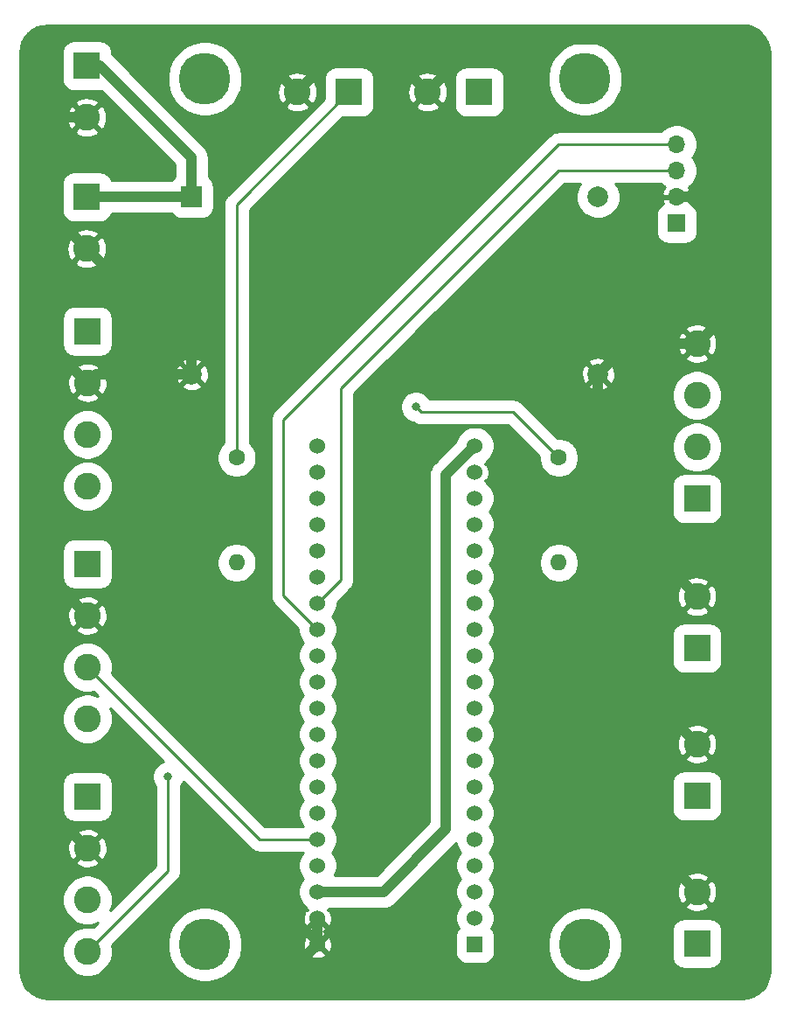
<source format=gbr>
%TF.GenerationSoftware,KiCad,Pcbnew,(5.1.10)-1*%
%TF.CreationDate,2021-09-07T15:33:10+07:00*%
%TF.ProjectId,Untitled Factory,556e7469-746c-4656-9420-466163746f72,rev?*%
%TF.SameCoordinates,Original*%
%TF.FileFunction,Copper,L2,Bot*%
%TF.FilePolarity,Positive*%
%FSLAX46Y46*%
G04 Gerber Fmt 4.6, Leading zero omitted, Abs format (unit mm)*
G04 Created by KiCad (PCBNEW (5.1.10)-1) date 2021-09-07 15:33:10*
%MOMM*%
%LPD*%
G01*
G04 APERTURE LIST*
%TA.AperFunction,ComponentPad*%
%ADD10R,2.000000X2.000000*%
%TD*%
%TA.AperFunction,ComponentPad*%
%ADD11C,2.000000*%
%TD*%
%TA.AperFunction,ComponentPad*%
%ADD12R,1.524000X1.524000*%
%TD*%
%TA.AperFunction,ComponentPad*%
%ADD13C,1.524000*%
%TD*%
%TA.AperFunction,ComponentPad*%
%ADD14C,2.600000*%
%TD*%
%TA.AperFunction,ComponentPad*%
%ADD15R,2.600000X2.600000*%
%TD*%
%TA.AperFunction,ComponentPad*%
%ADD16O,1.600000X1.600000*%
%TD*%
%TA.AperFunction,ComponentPad*%
%ADD17C,1.600000*%
%TD*%
%TA.AperFunction,ComponentPad*%
%ADD18R,1.700000X1.700000*%
%TD*%
%TA.AperFunction,ComponentPad*%
%ADD19O,1.700000X1.700000*%
%TD*%
%TA.AperFunction,ViaPad*%
%ADD20C,5.000000*%
%TD*%
%TA.AperFunction,ViaPad*%
%ADD21C,0.800000*%
%TD*%
%TA.AperFunction,Conductor*%
%ADD22C,1.000000*%
%TD*%
%TA.AperFunction,Conductor*%
%ADD23C,0.250000*%
%TD*%
%TA.AperFunction,Conductor*%
%ADD24C,0.254000*%
%TD*%
%TA.AperFunction,Conductor*%
%ADD25C,0.100000*%
%TD*%
G04 APERTURE END LIST*
D10*
%TO.P,M1,1*%
%TO.N,+12V*%
X144780000Y-80010000D03*
D11*
%TO.P,M1,2*%
%TO.N,GND*%
X144780000Y-97155000D03*
%TO.P,M1,3*%
X184150000Y-97155000D03*
%TO.P,M1,4*%
%TO.N,+5V*%
X184150000Y-80010000D03*
%TD*%
D12*
%TO.P,U1,1*%
%TO.N,PB12*%
X172212000Y-152374600D03*
D13*
%TO.P,U1,2*%
%TO.N,PB13*%
X172212000Y-149834600D03*
%TO.P,U1,3*%
%TO.N,PB14*%
X172212000Y-147294600D03*
%TO.P,U1,4*%
%TO.N,Net-(U1-Pad4)*%
X172212000Y-144754600D03*
%TO.P,U1,5*%
%TO.N,B_LED*%
X172212000Y-142214600D03*
%TO.P,U1,6*%
%TO.N,Net-(U1-Pad6)*%
X172212000Y-139674600D03*
%TO.P,U1,7*%
%TO.N,Net-(U1-Pad7)*%
X172212000Y-137134600D03*
%TO.P,U1,8*%
%TO.N,Net-(U1-Pad8)*%
X172212000Y-134594600D03*
%TO.P,U1,9*%
%TO.N,Net-(U1-Pad9)*%
X172212000Y-132054600D03*
%TO.P,U1,10*%
%TO.N,PA15*%
X172212000Y-129514600D03*
%TO.P,U1,11*%
%TO.N,Net-(U1-Pad11)*%
X172212000Y-126974600D03*
%TO.P,U1,12*%
%TO.N,Net-(U1-Pad12)*%
X172212000Y-124434600D03*
%TO.P,U1,13*%
%TO.N,PB5*%
X172212000Y-121894600D03*
%TO.P,U1,14*%
%TO.N,Net-(U1-Pad14)*%
X172212000Y-119354600D03*
%TO.P,U1,15*%
%TO.N,Net-(U1-Pad15)*%
X172212000Y-116814600D03*
%TO.P,U1,16*%
%TO.N,PB8*%
X172212000Y-114274600D03*
%TO.P,U1,17*%
%TO.N,Net-(U1-Pad17)*%
X172212000Y-111734600D03*
%TO.P,U1,18*%
%TO.N,+5V*%
X172212000Y-109194600D03*
%TO.P,U1,19*%
%TO.N,GND*%
X172212000Y-106654600D03*
%TO.P,U1,20*%
%TO.N,+3V3*%
X172212000Y-104114600D03*
%TO.P,U1,21*%
%TO.N,Net-(U1-Pad21)*%
X156972000Y-104114600D03*
%TO.P,U1,22*%
%TO.N,Net-(U1-Pad22)*%
X156972000Y-106654600D03*
%TO.P,U1,23*%
%TO.N,Net-(U1-Pad23)*%
X156972000Y-109194600D03*
%TO.P,U1,24*%
%TO.N,Net-(U1-Pad24)*%
X156972000Y-111734600D03*
%TO.P,U1,25*%
%TO.N,Net-(U1-Pad25)*%
X156972000Y-114274600D03*
%TO.P,U1,26*%
%TO.N,Net-(U1-Pad26)*%
X156972000Y-116814600D03*
%TO.P,U1,27*%
%TO.N,TX2*%
X156972000Y-119354600D03*
%TO.P,U1,28*%
%TO.N,RX2*%
X156972000Y-121894600D03*
%TO.P,U1,29*%
%TO.N,Y_LED*%
X156972000Y-124434600D03*
%TO.P,U1,30*%
%TO.N,Net-(U1-Pad30)*%
X156972000Y-126974600D03*
%TO.P,U1,31*%
%TO.N,PA6*%
X156972000Y-129514600D03*
%TO.P,U1,32*%
%TO.N,PA7*%
X156972000Y-132054600D03*
%TO.P,U1,33*%
%TO.N,PB0*%
X156972000Y-134594600D03*
%TO.P,U1,34*%
%TO.N,PB1*%
X156972000Y-137134600D03*
%TO.P,U1,35*%
%TO.N,PB10*%
X156972000Y-139674600D03*
%TO.P,U1,36*%
%TO.N,PB11*%
X156972000Y-142214600D03*
%TO.P,U1,37*%
%TO.N,Net-(U1-Pad37)*%
X156972000Y-144754600D03*
%TO.P,U1,38*%
%TO.N,+3V3*%
X156972000Y-147294600D03*
%TO.P,U1,39*%
%TO.N,GND*%
X156972000Y-149834600D03*
%TO.P,U1,40*%
X156972000Y-152374600D03*
%TD*%
D14*
%TO.P,J7,2*%
%TO.N,GND*%
X155020000Y-69850000D03*
D15*
%TO.P,J7,1*%
%TO.N,Net-(J7-Pad1)*%
X160020000Y-69850000D03*
%TD*%
D14*
%TO.P,J9,4*%
%TO.N,PB0*%
X134670800Y-153074400D03*
%TO.P,J9,3*%
%TO.N,PB10*%
X134670800Y-148074400D03*
%TO.P,J9,2*%
%TO.N,GND*%
X134670800Y-143074400D03*
D15*
%TO.P,J9,1*%
%TO.N,PB1*%
X134670800Y-138074400D03*
%TD*%
D16*
%TO.P,R2,2*%
%TO.N,Y_LED*%
X149123400Y-115417600D03*
D17*
%TO.P,R2,1*%
%TO.N,Net-(J7-Pad1)*%
X149123400Y-105257600D03*
%TD*%
D16*
%TO.P,R1,2*%
%TO.N,B_LED*%
X180340000Y-115417600D03*
D17*
%TO.P,R1,1*%
%TO.N,Net-(J6-Pad1)*%
X180340000Y-105257600D03*
%TD*%
D15*
%TO.P,J12,1*%
%TO.N,+12V*%
X134620000Y-80010000D03*
D14*
%TO.P,J12,2*%
%TO.N,GND*%
X134620000Y-85010000D03*
%TD*%
%TO.P,J11,4*%
%TO.N,Net-(J11-Pad4)*%
X134670800Y-108014800D03*
%TO.P,J11,3*%
%TO.N,PA15*%
X134670800Y-103014800D03*
%TO.P,J11,2*%
%TO.N,GND*%
X134670800Y-98014800D03*
D15*
%TO.P,J11,1*%
%TO.N,Net-(J11-Pad1)*%
X134670800Y-93014800D03*
%TD*%
D14*
%TO.P,J10,4*%
%TO.N,PA7*%
X134670800Y-130544600D03*
%TO.P,J10,3*%
%TO.N,PB11*%
X134670800Y-125544600D03*
%TO.P,J10,2*%
%TO.N,GND*%
X134670800Y-120544600D03*
D15*
%TO.P,J10,1*%
%TO.N,PA6*%
X134670800Y-115544600D03*
%TD*%
D14*
%TO.P,J8,4*%
%TO.N,GND*%
X193725800Y-94220000D03*
%TO.P,J8,3*%
%TO.N,PB5*%
X193725800Y-99220000D03*
%TO.P,J8,2*%
%TO.N,PB8*%
X193725800Y-104220000D03*
D15*
%TO.P,J8,1*%
%TO.N,+5V*%
X193725800Y-109220000D03*
%TD*%
D14*
%TO.P,J6,2*%
%TO.N,GND*%
X167640000Y-69850000D03*
D15*
%TO.P,J6,1*%
%TO.N,Net-(J6-Pad1)*%
X172640000Y-69850000D03*
%TD*%
D14*
%TO.P,J5,2*%
%TO.N,GND*%
X193725800Y-118698000D03*
D15*
%TO.P,J5,1*%
%TO.N,PB14*%
X193725800Y-123698000D03*
%TD*%
D14*
%TO.P,J4,2*%
%TO.N,GND*%
X193725800Y-132998200D03*
D15*
%TO.P,J4,1*%
%TO.N,PB13*%
X193725800Y-137998200D03*
%TD*%
D14*
%TO.P,J3,2*%
%TO.N,GND*%
X193725800Y-147298400D03*
D15*
%TO.P,J3,1*%
%TO.N,PB12*%
X193725800Y-152298400D03*
%TD*%
%TO.P,J2,1*%
%TO.N,+12V*%
X134620000Y-67310000D03*
D14*
%TO.P,J2,2*%
%TO.N,GND*%
X134620000Y-72310000D03*
%TD*%
D18*
%TO.P,J1,1*%
%TO.N,+3V3*%
X191770000Y-82550000D03*
D19*
%TO.P,J1,2*%
%TO.N,GND*%
X191770000Y-80010000D03*
%TO.P,J1,3*%
%TO.N,TX2*%
X191770000Y-77470000D03*
%TO.P,J1,4*%
%TO.N,RX2*%
X191770000Y-74930000D03*
%TD*%
D20*
%TO.N,*%
X146050000Y-68580000D03*
X182880000Y-152400000D03*
X146050000Y-152400000D03*
X182880000Y-68580000D03*
D21*
%TO.N,Net-(J6-Pad1)*%
X166497000Y-100330000D03*
%TO.N,PB0*%
X142494000Y-136144000D03*
%TD*%
D22*
%TO.N,+3V3*%
X172212000Y-104114600D02*
X169418000Y-106908600D01*
X169418000Y-106908600D02*
X169418000Y-141224000D01*
X163347400Y-147294600D02*
X156972000Y-147294600D01*
X169418000Y-141224000D02*
X163347400Y-147294600D01*
D23*
%TO.N,TX2*%
X156972000Y-119354600D02*
X159258000Y-117068600D01*
X159258000Y-117068600D02*
X159258000Y-98552000D01*
X159258000Y-98552000D02*
X180340000Y-77470000D01*
X180340000Y-77470000D02*
X191770000Y-77470000D01*
%TO.N,RX2*%
X156972000Y-121894600D02*
X153670000Y-118592600D01*
X153670000Y-118592600D02*
X153670000Y-101600000D01*
X180340000Y-74930000D02*
X191770000Y-74930000D01*
X153670000Y-101600000D02*
X180340000Y-74930000D01*
D22*
%TO.N,+12V*%
X134620000Y-67310000D02*
X135890000Y-67310000D01*
X144780000Y-76200000D02*
X144780000Y-80010000D01*
X135890000Y-67310000D02*
X144780000Y-76200000D01*
X134620000Y-80010000D02*
X144780000Y-80010000D01*
%TO.N,GND*%
X192972081Y-80010000D02*
X196850000Y-83887919D01*
X196850000Y-91095800D02*
X193725800Y-94220000D01*
X196850000Y-83887919D02*
X196850000Y-91095800D01*
X187085000Y-94220000D02*
X184150000Y-97155000D01*
X193725800Y-94220000D02*
X187085000Y-94220000D01*
X184150000Y-109122200D02*
X193725800Y-118698000D01*
X184150000Y-97155000D02*
X184150000Y-109122200D01*
X193725800Y-132998200D02*
X184150000Y-123422400D01*
X184150000Y-123422400D02*
X184150000Y-109122200D01*
X193725800Y-147298400D02*
X184150000Y-137722600D01*
X184150000Y-137722600D02*
X184150000Y-123422400D01*
X144780000Y-95170000D02*
X134620000Y-85010000D01*
X144780000Y-97155000D02*
X144780000Y-95170000D01*
X155020000Y-69850000D02*
X158830000Y-66040000D01*
X163830000Y-66040000D02*
X167640000Y-69850000D01*
X158830000Y-66040000D02*
X163830000Y-66040000D01*
X167640000Y-69850000D02*
X172720000Y-64770000D01*
X172720000Y-64770000D02*
X193040000Y-64770000D01*
X193040000Y-64770000D02*
X196850000Y-68580000D01*
X192972081Y-80010000D02*
X191770000Y-80010000D01*
X196850000Y-76132081D02*
X192972081Y-80010000D01*
X196850000Y-68580000D02*
X196850000Y-76132081D01*
X155020000Y-69850000D02*
X149940000Y-64770000D01*
X149940000Y-64770000D02*
X149860000Y-64770000D01*
X149860000Y-64770000D02*
X149098000Y-64008000D01*
X149098000Y-64008000D02*
X132334000Y-64008000D01*
X132334000Y-64008000D02*
X129286000Y-67056000D01*
X129286000Y-67056000D02*
X129286000Y-70358000D01*
X131238000Y-72310000D02*
X134620000Y-72310000D01*
X129286000Y-70358000D02*
X131238000Y-72310000D01*
X129286000Y-79676000D02*
X129286000Y-70358000D01*
X134620000Y-85010000D02*
X129286000Y-79676000D01*
X135530600Y-97155000D02*
X134670800Y-98014800D01*
X144780000Y-97155000D02*
X135530600Y-97155000D01*
X134670800Y-98014800D02*
X129286000Y-92630000D01*
X129286000Y-88646000D02*
X129286000Y-79676000D01*
X129286000Y-92630000D02*
X129286000Y-88646000D01*
X134670800Y-120544600D02*
X129286000Y-115159800D01*
X129286000Y-115159800D02*
X129286000Y-92630000D01*
X134670800Y-143074400D02*
X129540000Y-137943600D01*
X129540000Y-137943600D02*
X129540000Y-137922000D01*
X129286000Y-137668000D02*
X129286000Y-115159800D01*
X129540000Y-137922000D02*
X129286000Y-137668000D01*
X156972000Y-152374600D02*
X152374600Y-156972000D01*
X152374600Y-156972000D02*
X134112000Y-156972000D01*
X129286000Y-152146000D02*
X129286000Y-137668000D01*
X134112000Y-156972000D02*
X129286000Y-152146000D01*
X156972000Y-152374600D02*
X156972000Y-149834600D01*
D23*
%TO.N,Net-(J6-Pad1)*%
X180340000Y-105257600D02*
X175920400Y-100838000D01*
X167005000Y-100838000D02*
X166497000Y-100330000D01*
X175920400Y-100838000D02*
X167005000Y-100838000D01*
%TO.N,Net-(J7-Pad1)*%
X149123400Y-80746600D02*
X160020000Y-69850000D01*
X149123400Y-105257600D02*
X149123400Y-80746600D01*
%TO.N,PB0*%
X134670800Y-153074400D02*
X142494000Y-145251200D01*
X142494000Y-145251200D02*
X142494000Y-136144000D01*
%TO.N,PB11*%
X134670800Y-125544600D02*
X150876000Y-141749800D01*
X151340800Y-142214600D02*
X150876000Y-141749800D01*
X156972000Y-142214600D02*
X151340800Y-142214600D01*
%TD*%
D24*
%TO.N,GND*%
X198635202Y-63438041D02*
X199130781Y-63587665D01*
X199587857Y-63830696D01*
X199989026Y-64157882D01*
X200319003Y-64556756D01*
X200565219Y-65012122D01*
X200718300Y-65506649D01*
X200778000Y-66074656D01*
X200778001Y-154883647D01*
X200721960Y-155455201D01*
X200572335Y-155950780D01*
X200329304Y-156407857D01*
X200002118Y-156809027D01*
X199603249Y-157139000D01*
X199147877Y-157385219D01*
X198653352Y-157538300D01*
X198085344Y-157598000D01*
X130866343Y-157598000D01*
X130294799Y-157541960D01*
X129799220Y-157392335D01*
X129342143Y-157149304D01*
X128940973Y-156822118D01*
X128611000Y-156423249D01*
X128364781Y-155967877D01*
X128211700Y-155473352D01*
X128152000Y-154905344D01*
X128152000Y-144423624D01*
X133501181Y-144423624D01*
X133633117Y-144718712D01*
X133973845Y-144889559D01*
X134341357Y-144990650D01*
X134721529Y-145018101D01*
X135099751Y-144970857D01*
X135461490Y-144850733D01*
X135708483Y-144718712D01*
X135840419Y-144423624D01*
X134670800Y-143254005D01*
X133501181Y-144423624D01*
X128152000Y-144423624D01*
X128152000Y-143125129D01*
X132727099Y-143125129D01*
X132774343Y-143503351D01*
X132894467Y-143865090D01*
X133026488Y-144112083D01*
X133321576Y-144244019D01*
X134491195Y-143074400D01*
X134850405Y-143074400D01*
X136020024Y-144244019D01*
X136315112Y-144112083D01*
X136485959Y-143771355D01*
X136587050Y-143403843D01*
X136614501Y-143023671D01*
X136567257Y-142645449D01*
X136447133Y-142283710D01*
X136315112Y-142036717D01*
X136020024Y-141904781D01*
X134850405Y-143074400D01*
X134491195Y-143074400D01*
X133321576Y-141904781D01*
X133026488Y-142036717D01*
X132855641Y-142377445D01*
X132754550Y-142744957D01*
X132727099Y-143125129D01*
X128152000Y-143125129D01*
X128152000Y-141725176D01*
X133501181Y-141725176D01*
X134670800Y-142894795D01*
X135840419Y-141725176D01*
X135708483Y-141430088D01*
X135367755Y-141259241D01*
X135000243Y-141158150D01*
X134620071Y-141130699D01*
X134241849Y-141177943D01*
X133880110Y-141298067D01*
X133633117Y-141430088D01*
X133501181Y-141725176D01*
X128152000Y-141725176D01*
X128152000Y-136774400D01*
X132238347Y-136774400D01*
X132238347Y-139374400D01*
X132260107Y-139595331D01*
X132324550Y-139807771D01*
X132429200Y-140003557D01*
X132570035Y-140175165D01*
X132741643Y-140316000D01*
X132937429Y-140420650D01*
X133149869Y-140485093D01*
X133370800Y-140506853D01*
X135970800Y-140506853D01*
X136191731Y-140485093D01*
X136404171Y-140420650D01*
X136599957Y-140316000D01*
X136771565Y-140175165D01*
X136912400Y-140003557D01*
X137017050Y-139807771D01*
X137081493Y-139595331D01*
X137103253Y-139374400D01*
X137103253Y-136774400D01*
X137081493Y-136553469D01*
X137017050Y-136341029D01*
X136912400Y-136145243D01*
X136771565Y-135973635D01*
X136599957Y-135832800D01*
X136404171Y-135728150D01*
X136191731Y-135663707D01*
X135970800Y-135641947D01*
X133370800Y-135641947D01*
X133149869Y-135663707D01*
X132937429Y-135728150D01*
X132741643Y-135832800D01*
X132570035Y-135973635D01*
X132429200Y-136145243D01*
X132324550Y-136341029D01*
X132260107Y-136553469D01*
X132238347Y-136774400D01*
X128152000Y-136774400D01*
X128152000Y-125305561D01*
X132243800Y-125305561D01*
X132243800Y-125783639D01*
X132337068Y-126252530D01*
X132520021Y-126694215D01*
X132785626Y-127091722D01*
X133123678Y-127429774D01*
X133521185Y-127695379D01*
X133962870Y-127878332D01*
X134431761Y-127971600D01*
X134909839Y-127971600D01*
X135257960Y-127902355D01*
X135699229Y-128343624D01*
X135378730Y-128210868D01*
X134909839Y-128117600D01*
X134431761Y-128117600D01*
X133962870Y-128210868D01*
X133521185Y-128393821D01*
X133123678Y-128659426D01*
X132785626Y-128997478D01*
X132520021Y-129394985D01*
X132337068Y-129836670D01*
X132243800Y-130305561D01*
X132243800Y-130783639D01*
X132337068Y-131252530D01*
X132520021Y-131694215D01*
X132785626Y-132091722D01*
X133123678Y-132429774D01*
X133521185Y-132695379D01*
X133962870Y-132878332D01*
X134431761Y-132971600D01*
X134909839Y-132971600D01*
X135378730Y-132878332D01*
X135820415Y-132695379D01*
X136217922Y-132429774D01*
X136555974Y-132091722D01*
X136821579Y-131694215D01*
X137004532Y-131252530D01*
X137097800Y-130783639D01*
X137097800Y-130305561D01*
X137004532Y-129836670D01*
X136871776Y-129516171D01*
X142036354Y-134680749D01*
X141770694Y-134790790D01*
X141520594Y-134957901D01*
X141307901Y-135170594D01*
X141140790Y-135420694D01*
X141025681Y-135698590D01*
X140967000Y-135993604D01*
X140967000Y-136294396D01*
X141025681Y-136589410D01*
X141140790Y-136867306D01*
X141242001Y-137018779D01*
X141242000Y-144732605D01*
X136871776Y-149102829D01*
X137004532Y-148782330D01*
X137097800Y-148313439D01*
X137097800Y-147835361D01*
X137004532Y-147366470D01*
X136821579Y-146924785D01*
X136555974Y-146527278D01*
X136217922Y-146189226D01*
X135820415Y-145923621D01*
X135378730Y-145740668D01*
X134909839Y-145647400D01*
X134431761Y-145647400D01*
X133962870Y-145740668D01*
X133521185Y-145923621D01*
X133123678Y-146189226D01*
X132785626Y-146527278D01*
X132520021Y-146924785D01*
X132337068Y-147366470D01*
X132243800Y-147835361D01*
X132243800Y-148313439D01*
X132337068Y-148782330D01*
X132520021Y-149224015D01*
X132785626Y-149621522D01*
X133123678Y-149959574D01*
X133521185Y-150225179D01*
X133962870Y-150408132D01*
X134431761Y-150501400D01*
X134909839Y-150501400D01*
X135378730Y-150408132D01*
X135699229Y-150275376D01*
X135257960Y-150716645D01*
X134909839Y-150647400D01*
X134431761Y-150647400D01*
X133962870Y-150740668D01*
X133521185Y-150923621D01*
X133123678Y-151189226D01*
X132785626Y-151527278D01*
X132520021Y-151924785D01*
X132337068Y-152366470D01*
X132243800Y-152835361D01*
X132243800Y-153313439D01*
X132337068Y-153782330D01*
X132520021Y-154224015D01*
X132785626Y-154621522D01*
X133123678Y-154959574D01*
X133521185Y-155225179D01*
X133962870Y-155408132D01*
X134431761Y-155501400D01*
X134909839Y-155501400D01*
X135378730Y-155408132D01*
X135820415Y-155225179D01*
X136217922Y-154959574D01*
X136555974Y-154621522D01*
X136821579Y-154224015D01*
X137004532Y-153782330D01*
X137097800Y-153313439D01*
X137097800Y-152835361D01*
X137028555Y-152487240D01*
X137473023Y-152042772D01*
X142423000Y-152042772D01*
X142423000Y-152757228D01*
X142562383Y-153457957D01*
X142835794Y-154118029D01*
X143232725Y-154712078D01*
X143737922Y-155217275D01*
X144331971Y-155614206D01*
X144992043Y-155887617D01*
X145692772Y-156027000D01*
X146407228Y-156027000D01*
X147107957Y-155887617D01*
X147768029Y-155614206D01*
X148362078Y-155217275D01*
X148867275Y-154712078D01*
X149264206Y-154118029D01*
X149537617Y-153457957D01*
X149561047Y-153340165D01*
X156186040Y-153340165D01*
X156253020Y-153580256D01*
X156502048Y-153697356D01*
X156769135Y-153763623D01*
X157044017Y-153776510D01*
X157316133Y-153735522D01*
X157575023Y-153642236D01*
X157690980Y-153580256D01*
X157757960Y-153340165D01*
X156972000Y-152554205D01*
X156186040Y-153340165D01*
X149561047Y-153340165D01*
X149677000Y-152757228D01*
X149677000Y-152446617D01*
X155570090Y-152446617D01*
X155611078Y-152718733D01*
X155704364Y-152977623D01*
X155766344Y-153093580D01*
X156006435Y-153160560D01*
X156792395Y-152374600D01*
X157151605Y-152374600D01*
X157937565Y-153160560D01*
X158177656Y-153093580D01*
X158294756Y-152844552D01*
X158361023Y-152577465D01*
X158373910Y-152302583D01*
X158332922Y-152030467D01*
X158239636Y-151771577D01*
X158177656Y-151655620D01*
X157937565Y-151588640D01*
X157151605Y-152374600D01*
X156792395Y-152374600D01*
X156006435Y-151588640D01*
X155766344Y-151655620D01*
X155649244Y-151904648D01*
X155582977Y-152171735D01*
X155570090Y-152446617D01*
X149677000Y-152446617D01*
X149677000Y-152042772D01*
X149537617Y-151342043D01*
X149313164Y-150800165D01*
X156186040Y-150800165D01*
X156253020Y-151040256D01*
X156383644Y-151101679D01*
X156368977Y-151106964D01*
X156253020Y-151168944D01*
X156186040Y-151409035D01*
X156972000Y-152194995D01*
X157757960Y-151409035D01*
X157690980Y-151168944D01*
X157560356Y-151107521D01*
X157575023Y-151102236D01*
X157690980Y-151040256D01*
X157757960Y-150800165D01*
X156972000Y-150014205D01*
X156186040Y-150800165D01*
X149313164Y-150800165D01*
X149264206Y-150681971D01*
X148867275Y-150087922D01*
X148362078Y-149582725D01*
X147768029Y-149185794D01*
X147107957Y-148912383D01*
X146407228Y-148773000D01*
X145692772Y-148773000D01*
X144992043Y-148912383D01*
X144331971Y-149185794D01*
X143737922Y-149582725D01*
X143232725Y-150087922D01*
X142835794Y-150681971D01*
X142562383Y-151342043D01*
X142423000Y-152042772D01*
X137473023Y-152042772D01*
X143335809Y-146179986D01*
X143383581Y-146140781D01*
X143540036Y-145950139D01*
X143656293Y-145732638D01*
X143727884Y-145496635D01*
X143746000Y-145312698D01*
X143746000Y-145312696D01*
X143752057Y-145251200D01*
X143746000Y-145189704D01*
X143746000Y-137018778D01*
X143847210Y-136867306D01*
X143957251Y-136601646D01*
X150412013Y-143056408D01*
X150451219Y-143104181D01*
X150641861Y-143260636D01*
X150859362Y-143376893D01*
X151095365Y-143448484D01*
X151279302Y-143466600D01*
X151279303Y-143466600D01*
X151340799Y-143472657D01*
X151402295Y-143466600D01*
X155552551Y-143466600D01*
X155570551Y-143484600D01*
X155504718Y-143550433D01*
X155297990Y-143859823D01*
X155155593Y-144203599D01*
X155083000Y-144568550D01*
X155083000Y-144940650D01*
X155155593Y-145305601D01*
X155297990Y-145649377D01*
X155504718Y-145958767D01*
X155570551Y-146024600D01*
X155504718Y-146090433D01*
X155297990Y-146399823D01*
X155155593Y-146743599D01*
X155083000Y-147108550D01*
X155083000Y-147480650D01*
X155155593Y-147845601D01*
X155297990Y-148189377D01*
X155504718Y-148498767D01*
X155767833Y-148761882D01*
X155943197Y-148879057D01*
X155890023Y-148932231D01*
X156006433Y-149048641D01*
X155766344Y-149115620D01*
X155649244Y-149364648D01*
X155582977Y-149631735D01*
X155570090Y-149906617D01*
X155611078Y-150178733D01*
X155704364Y-150437623D01*
X155766344Y-150553580D01*
X156006435Y-150620560D01*
X156792395Y-149834600D01*
X156778253Y-149820458D01*
X156957858Y-149640853D01*
X156972000Y-149654995D01*
X156986143Y-149640853D01*
X157165748Y-149820458D01*
X157151605Y-149834600D01*
X157937565Y-150620560D01*
X158177656Y-150553580D01*
X158294756Y-150304552D01*
X158361023Y-150037465D01*
X158373910Y-149762583D01*
X158332922Y-149490467D01*
X158239636Y-149231577D01*
X158177656Y-149115620D01*
X157937567Y-149048641D01*
X158053977Y-148932231D01*
X158043346Y-148921600D01*
X163267486Y-148921600D01*
X163347400Y-148929471D01*
X163427314Y-148921600D01*
X163427325Y-148921600D01*
X163666348Y-148898058D01*
X163973038Y-148805025D01*
X164255686Y-148653946D01*
X164503429Y-148450629D01*
X164554379Y-148388546D01*
X170359380Y-142583546D01*
X170395593Y-142765601D01*
X170537990Y-143109377D01*
X170744718Y-143418767D01*
X170810551Y-143484600D01*
X170744718Y-143550433D01*
X170537990Y-143859823D01*
X170395593Y-144203599D01*
X170323000Y-144568550D01*
X170323000Y-144940650D01*
X170395593Y-145305601D01*
X170537990Y-145649377D01*
X170744718Y-145958767D01*
X170810551Y-146024600D01*
X170744718Y-146090433D01*
X170537990Y-146399823D01*
X170395593Y-146743599D01*
X170323000Y-147108550D01*
X170323000Y-147480650D01*
X170395593Y-147845601D01*
X170537990Y-148189377D01*
X170744718Y-148498767D01*
X170810551Y-148564600D01*
X170744718Y-148630433D01*
X170537990Y-148939823D01*
X170395593Y-149283599D01*
X170323000Y-149648550D01*
X170323000Y-150020650D01*
X170395593Y-150385601D01*
X170537990Y-150729377D01*
X170618285Y-150849547D01*
X170508400Y-150983443D01*
X170403750Y-151179229D01*
X170339307Y-151391669D01*
X170317547Y-151612600D01*
X170317547Y-153136600D01*
X170339307Y-153357531D01*
X170403750Y-153569971D01*
X170508400Y-153765757D01*
X170649235Y-153937365D01*
X170820843Y-154078200D01*
X171016629Y-154182850D01*
X171229069Y-154247293D01*
X171450000Y-154269053D01*
X172974000Y-154269053D01*
X173194931Y-154247293D01*
X173407371Y-154182850D01*
X173603157Y-154078200D01*
X173774765Y-153937365D01*
X173915600Y-153765757D01*
X174020250Y-153569971D01*
X174084693Y-153357531D01*
X174106453Y-153136600D01*
X174106453Y-152042772D01*
X179253000Y-152042772D01*
X179253000Y-152757228D01*
X179392383Y-153457957D01*
X179665794Y-154118029D01*
X180062725Y-154712078D01*
X180567922Y-155217275D01*
X181161971Y-155614206D01*
X181822043Y-155887617D01*
X182522772Y-156027000D01*
X183237228Y-156027000D01*
X183937957Y-155887617D01*
X184598029Y-155614206D01*
X185192078Y-155217275D01*
X185697275Y-154712078D01*
X186094206Y-154118029D01*
X186367617Y-153457957D01*
X186507000Y-152757228D01*
X186507000Y-152042772D01*
X186367617Y-151342043D01*
X186225276Y-150998400D01*
X191293347Y-150998400D01*
X191293347Y-153598400D01*
X191315107Y-153819331D01*
X191379550Y-154031771D01*
X191484200Y-154227557D01*
X191625035Y-154399165D01*
X191796643Y-154540000D01*
X191992429Y-154644650D01*
X192204869Y-154709093D01*
X192425800Y-154730853D01*
X195025800Y-154730853D01*
X195246731Y-154709093D01*
X195459171Y-154644650D01*
X195654957Y-154540000D01*
X195826565Y-154399165D01*
X195967400Y-154227557D01*
X196072050Y-154031771D01*
X196136493Y-153819331D01*
X196158253Y-153598400D01*
X196158253Y-150998400D01*
X196136493Y-150777469D01*
X196072050Y-150565029D01*
X195967400Y-150369243D01*
X195826565Y-150197635D01*
X195654957Y-150056800D01*
X195459171Y-149952150D01*
X195246731Y-149887707D01*
X195025800Y-149865947D01*
X192425800Y-149865947D01*
X192204869Y-149887707D01*
X191992429Y-149952150D01*
X191796643Y-150056800D01*
X191625035Y-150197635D01*
X191484200Y-150369243D01*
X191379550Y-150565029D01*
X191315107Y-150777469D01*
X191293347Y-150998400D01*
X186225276Y-150998400D01*
X186094206Y-150681971D01*
X185697275Y-150087922D01*
X185192078Y-149582725D01*
X184598029Y-149185794D01*
X183937957Y-148912383D01*
X183237228Y-148773000D01*
X182522772Y-148773000D01*
X181822043Y-148912383D01*
X181161971Y-149185794D01*
X180567922Y-149582725D01*
X180062725Y-150087922D01*
X179665794Y-150681971D01*
X179392383Y-151342043D01*
X179253000Y-152042772D01*
X174106453Y-152042772D01*
X174106453Y-151612600D01*
X174084693Y-151391669D01*
X174020250Y-151179229D01*
X173915600Y-150983443D01*
X173805715Y-150849547D01*
X173886010Y-150729377D01*
X174028407Y-150385601D01*
X174101000Y-150020650D01*
X174101000Y-149648550D01*
X174028407Y-149283599D01*
X173886010Y-148939823D01*
X173690769Y-148647624D01*
X192556181Y-148647624D01*
X192688117Y-148942712D01*
X193028845Y-149113559D01*
X193396357Y-149214650D01*
X193776529Y-149242101D01*
X194154751Y-149194857D01*
X194516490Y-149074733D01*
X194763483Y-148942712D01*
X194895419Y-148647624D01*
X193725800Y-147478005D01*
X192556181Y-148647624D01*
X173690769Y-148647624D01*
X173679282Y-148630433D01*
X173613449Y-148564600D01*
X173679282Y-148498767D01*
X173886010Y-148189377D01*
X174028407Y-147845601D01*
X174101000Y-147480650D01*
X174101000Y-147349129D01*
X191782099Y-147349129D01*
X191829343Y-147727351D01*
X191949467Y-148089090D01*
X192081488Y-148336083D01*
X192376576Y-148468019D01*
X193546195Y-147298400D01*
X193905405Y-147298400D01*
X195075024Y-148468019D01*
X195370112Y-148336083D01*
X195540959Y-147995355D01*
X195642050Y-147627843D01*
X195669501Y-147247671D01*
X195622257Y-146869449D01*
X195502133Y-146507710D01*
X195370112Y-146260717D01*
X195075024Y-146128781D01*
X193905405Y-147298400D01*
X193546195Y-147298400D01*
X192376576Y-146128781D01*
X192081488Y-146260717D01*
X191910641Y-146601445D01*
X191809550Y-146968957D01*
X191782099Y-147349129D01*
X174101000Y-147349129D01*
X174101000Y-147108550D01*
X174028407Y-146743599D01*
X173886010Y-146399823D01*
X173679282Y-146090433D01*
X173613449Y-146024600D01*
X173679282Y-145958767D01*
X173685690Y-145949176D01*
X192556181Y-145949176D01*
X193725800Y-147118795D01*
X194895419Y-145949176D01*
X194763483Y-145654088D01*
X194422755Y-145483241D01*
X194055243Y-145382150D01*
X193675071Y-145354699D01*
X193296849Y-145401943D01*
X192935110Y-145522067D01*
X192688117Y-145654088D01*
X192556181Y-145949176D01*
X173685690Y-145949176D01*
X173886010Y-145649377D01*
X174028407Y-145305601D01*
X174101000Y-144940650D01*
X174101000Y-144568550D01*
X174028407Y-144203599D01*
X173886010Y-143859823D01*
X173679282Y-143550433D01*
X173613449Y-143484600D01*
X173679282Y-143418767D01*
X173886010Y-143109377D01*
X174028407Y-142765601D01*
X174101000Y-142400650D01*
X174101000Y-142028550D01*
X174028407Y-141663599D01*
X173886010Y-141319823D01*
X173679282Y-141010433D01*
X173613449Y-140944600D01*
X173679282Y-140878767D01*
X173886010Y-140569377D01*
X174028407Y-140225601D01*
X174101000Y-139860650D01*
X174101000Y-139488550D01*
X174028407Y-139123599D01*
X173886010Y-138779823D01*
X173679282Y-138470433D01*
X173613449Y-138404600D01*
X173679282Y-138338767D01*
X173886010Y-138029377D01*
X174028407Y-137685601D01*
X174101000Y-137320650D01*
X174101000Y-136948550D01*
X174051203Y-136698200D01*
X191293347Y-136698200D01*
X191293347Y-139298200D01*
X191315107Y-139519131D01*
X191379550Y-139731571D01*
X191484200Y-139927357D01*
X191625035Y-140098965D01*
X191796643Y-140239800D01*
X191992429Y-140344450D01*
X192204869Y-140408893D01*
X192425800Y-140430653D01*
X195025800Y-140430653D01*
X195246731Y-140408893D01*
X195459171Y-140344450D01*
X195654957Y-140239800D01*
X195826565Y-140098965D01*
X195967400Y-139927357D01*
X196072050Y-139731571D01*
X196136493Y-139519131D01*
X196158253Y-139298200D01*
X196158253Y-136698200D01*
X196136493Y-136477269D01*
X196072050Y-136264829D01*
X195967400Y-136069043D01*
X195826565Y-135897435D01*
X195654957Y-135756600D01*
X195459171Y-135651950D01*
X195246731Y-135587507D01*
X195025800Y-135565747D01*
X192425800Y-135565747D01*
X192204869Y-135587507D01*
X191992429Y-135651950D01*
X191796643Y-135756600D01*
X191625035Y-135897435D01*
X191484200Y-136069043D01*
X191379550Y-136264829D01*
X191315107Y-136477269D01*
X191293347Y-136698200D01*
X174051203Y-136698200D01*
X174028407Y-136583599D01*
X173886010Y-136239823D01*
X173679282Y-135930433D01*
X173613449Y-135864600D01*
X173679282Y-135798767D01*
X173886010Y-135489377D01*
X174028407Y-135145601D01*
X174101000Y-134780650D01*
X174101000Y-134408550D01*
X174088842Y-134347424D01*
X192556181Y-134347424D01*
X192688117Y-134642512D01*
X193028845Y-134813359D01*
X193396357Y-134914450D01*
X193776529Y-134941901D01*
X194154751Y-134894657D01*
X194516490Y-134774533D01*
X194763483Y-134642512D01*
X194895419Y-134347424D01*
X193725800Y-133177805D01*
X192556181Y-134347424D01*
X174088842Y-134347424D01*
X174028407Y-134043599D01*
X173886010Y-133699823D01*
X173679282Y-133390433D01*
X173613449Y-133324600D01*
X173679282Y-133258767D01*
X173819491Y-133048929D01*
X191782099Y-133048929D01*
X191829343Y-133427151D01*
X191949467Y-133788890D01*
X192081488Y-134035883D01*
X192376576Y-134167819D01*
X193546195Y-132998200D01*
X193905405Y-132998200D01*
X195075024Y-134167819D01*
X195370112Y-134035883D01*
X195540959Y-133695155D01*
X195642050Y-133327643D01*
X195669501Y-132947471D01*
X195622257Y-132569249D01*
X195502133Y-132207510D01*
X195370112Y-131960517D01*
X195075024Y-131828581D01*
X193905405Y-132998200D01*
X193546195Y-132998200D01*
X192376576Y-131828581D01*
X192081488Y-131960517D01*
X191910641Y-132301245D01*
X191809550Y-132668757D01*
X191782099Y-133048929D01*
X173819491Y-133048929D01*
X173886010Y-132949377D01*
X174028407Y-132605601D01*
X174101000Y-132240650D01*
X174101000Y-131868550D01*
X174057325Y-131648976D01*
X192556181Y-131648976D01*
X193725800Y-132818595D01*
X194895419Y-131648976D01*
X194763483Y-131353888D01*
X194422755Y-131183041D01*
X194055243Y-131081950D01*
X193675071Y-131054499D01*
X193296849Y-131101743D01*
X192935110Y-131221867D01*
X192688117Y-131353888D01*
X192556181Y-131648976D01*
X174057325Y-131648976D01*
X174028407Y-131503599D01*
X173886010Y-131159823D01*
X173679282Y-130850433D01*
X173613449Y-130784600D01*
X173679282Y-130718767D01*
X173886010Y-130409377D01*
X174028407Y-130065601D01*
X174101000Y-129700650D01*
X174101000Y-129328550D01*
X174028407Y-128963599D01*
X173886010Y-128619823D01*
X173679282Y-128310433D01*
X173613449Y-128244600D01*
X173679282Y-128178767D01*
X173886010Y-127869377D01*
X174028407Y-127525601D01*
X174101000Y-127160650D01*
X174101000Y-126788550D01*
X174028407Y-126423599D01*
X173886010Y-126079823D01*
X173679282Y-125770433D01*
X173613449Y-125704600D01*
X173679282Y-125638767D01*
X173886010Y-125329377D01*
X174028407Y-124985601D01*
X174101000Y-124620650D01*
X174101000Y-124248550D01*
X174028407Y-123883599D01*
X173886010Y-123539823D01*
X173679282Y-123230433D01*
X173613449Y-123164600D01*
X173679282Y-123098767D01*
X173886010Y-122789377D01*
X174028407Y-122445601D01*
X174037875Y-122398000D01*
X191293347Y-122398000D01*
X191293347Y-124998000D01*
X191315107Y-125218931D01*
X191379550Y-125431371D01*
X191484200Y-125627157D01*
X191625035Y-125798765D01*
X191796643Y-125939600D01*
X191992429Y-126044250D01*
X192204869Y-126108693D01*
X192425800Y-126130453D01*
X195025800Y-126130453D01*
X195246731Y-126108693D01*
X195459171Y-126044250D01*
X195654957Y-125939600D01*
X195826565Y-125798765D01*
X195967400Y-125627157D01*
X196072050Y-125431371D01*
X196136493Y-125218931D01*
X196158253Y-124998000D01*
X196158253Y-122398000D01*
X196136493Y-122177069D01*
X196072050Y-121964629D01*
X195967400Y-121768843D01*
X195826565Y-121597235D01*
X195654957Y-121456400D01*
X195459171Y-121351750D01*
X195246731Y-121287307D01*
X195025800Y-121265547D01*
X192425800Y-121265547D01*
X192204869Y-121287307D01*
X191992429Y-121351750D01*
X191796643Y-121456400D01*
X191625035Y-121597235D01*
X191484200Y-121768843D01*
X191379550Y-121964629D01*
X191315107Y-122177069D01*
X191293347Y-122398000D01*
X174037875Y-122398000D01*
X174101000Y-122080650D01*
X174101000Y-121708550D01*
X174028407Y-121343599D01*
X173886010Y-120999823D01*
X173679282Y-120690433D01*
X173613449Y-120624600D01*
X173679282Y-120558767D01*
X173886010Y-120249377D01*
X173969744Y-120047224D01*
X192556181Y-120047224D01*
X192688117Y-120342312D01*
X193028845Y-120513159D01*
X193396357Y-120614250D01*
X193776529Y-120641701D01*
X194154751Y-120594457D01*
X194516490Y-120474333D01*
X194763483Y-120342312D01*
X194895419Y-120047224D01*
X193725800Y-118877605D01*
X192556181Y-120047224D01*
X173969744Y-120047224D01*
X174028407Y-119905601D01*
X174101000Y-119540650D01*
X174101000Y-119168550D01*
X174028407Y-118803599D01*
X174005680Y-118748729D01*
X191782099Y-118748729D01*
X191829343Y-119126951D01*
X191949467Y-119488690D01*
X192081488Y-119735683D01*
X192376576Y-119867619D01*
X193546195Y-118698000D01*
X193905405Y-118698000D01*
X195075024Y-119867619D01*
X195370112Y-119735683D01*
X195540959Y-119394955D01*
X195642050Y-119027443D01*
X195669501Y-118647271D01*
X195622257Y-118269049D01*
X195502133Y-117907310D01*
X195370112Y-117660317D01*
X195075024Y-117528381D01*
X193905405Y-118698000D01*
X193546195Y-118698000D01*
X192376576Y-117528381D01*
X192081488Y-117660317D01*
X191910641Y-118001045D01*
X191809550Y-118368557D01*
X191782099Y-118748729D01*
X174005680Y-118748729D01*
X173886010Y-118459823D01*
X173679282Y-118150433D01*
X173613449Y-118084600D01*
X173679282Y-118018767D01*
X173886010Y-117709377D01*
X174028407Y-117365601D01*
X174031753Y-117348776D01*
X192556181Y-117348776D01*
X193725800Y-118518395D01*
X194895419Y-117348776D01*
X194763483Y-117053688D01*
X194422755Y-116882841D01*
X194055243Y-116781750D01*
X193675071Y-116754299D01*
X193296849Y-116801543D01*
X192935110Y-116921667D01*
X192688117Y-117053688D01*
X192556181Y-117348776D01*
X174031753Y-117348776D01*
X174101000Y-117000650D01*
X174101000Y-116628550D01*
X174028407Y-116263599D01*
X173886010Y-115919823D01*
X173679282Y-115610433D01*
X173613449Y-115544600D01*
X173679282Y-115478767D01*
X173846968Y-115227807D01*
X178413000Y-115227807D01*
X178413000Y-115607393D01*
X178487053Y-115979685D01*
X178632315Y-116330377D01*
X178843201Y-116645991D01*
X179111609Y-116914399D01*
X179427223Y-117125285D01*
X179777915Y-117270547D01*
X180150207Y-117344600D01*
X180529793Y-117344600D01*
X180902085Y-117270547D01*
X181252777Y-117125285D01*
X181568391Y-116914399D01*
X181836799Y-116645991D01*
X182047685Y-116330377D01*
X182192947Y-115979685D01*
X182267000Y-115607393D01*
X182267000Y-115227807D01*
X182192947Y-114855515D01*
X182047685Y-114504823D01*
X181836799Y-114189209D01*
X181568391Y-113920801D01*
X181252777Y-113709915D01*
X180902085Y-113564653D01*
X180529793Y-113490600D01*
X180150207Y-113490600D01*
X179777915Y-113564653D01*
X179427223Y-113709915D01*
X179111609Y-113920801D01*
X178843201Y-114189209D01*
X178632315Y-114504823D01*
X178487053Y-114855515D01*
X178413000Y-115227807D01*
X173846968Y-115227807D01*
X173886010Y-115169377D01*
X174028407Y-114825601D01*
X174101000Y-114460650D01*
X174101000Y-114088550D01*
X174028407Y-113723599D01*
X173886010Y-113379823D01*
X173679282Y-113070433D01*
X173613449Y-113004600D01*
X173679282Y-112938767D01*
X173886010Y-112629377D01*
X174028407Y-112285601D01*
X174101000Y-111920650D01*
X174101000Y-111548550D01*
X174028407Y-111183599D01*
X173886010Y-110839823D01*
X173679282Y-110530433D01*
X173613449Y-110464600D01*
X173679282Y-110398767D01*
X173886010Y-110089377D01*
X174028407Y-109745601D01*
X174101000Y-109380650D01*
X174101000Y-109008550D01*
X174028407Y-108643599D01*
X173886010Y-108299823D01*
X173679282Y-107990433D01*
X173608849Y-107920000D01*
X191293347Y-107920000D01*
X191293347Y-110520000D01*
X191315107Y-110740931D01*
X191379550Y-110953371D01*
X191484200Y-111149157D01*
X191625035Y-111320765D01*
X191796643Y-111461600D01*
X191992429Y-111566250D01*
X192204869Y-111630693D01*
X192425800Y-111652453D01*
X195025800Y-111652453D01*
X195246731Y-111630693D01*
X195459171Y-111566250D01*
X195654957Y-111461600D01*
X195826565Y-111320765D01*
X195967400Y-111149157D01*
X196072050Y-110953371D01*
X196136493Y-110740931D01*
X196158253Y-110520000D01*
X196158253Y-107920000D01*
X196136493Y-107699069D01*
X196072050Y-107486629D01*
X195967400Y-107290843D01*
X195826565Y-107119235D01*
X195654957Y-106978400D01*
X195459171Y-106873750D01*
X195246731Y-106809307D01*
X195025800Y-106787547D01*
X192425800Y-106787547D01*
X192204869Y-106809307D01*
X191992429Y-106873750D01*
X191796643Y-106978400D01*
X191625035Y-107119235D01*
X191484200Y-107290843D01*
X191379550Y-107486629D01*
X191315107Y-107699069D01*
X191293347Y-107920000D01*
X173608849Y-107920000D01*
X173416167Y-107727318D01*
X173240803Y-107610143D01*
X173293977Y-107556969D01*
X173177567Y-107440559D01*
X173417656Y-107373580D01*
X173534756Y-107124552D01*
X173601023Y-106857465D01*
X173613910Y-106582583D01*
X173572922Y-106310467D01*
X173479636Y-106051577D01*
X173417656Y-105935620D01*
X173177567Y-105868641D01*
X173293977Y-105752231D01*
X173240803Y-105699057D01*
X173416167Y-105581882D01*
X173679282Y-105318767D01*
X173886010Y-105009377D01*
X174028407Y-104665601D01*
X174101000Y-104300650D01*
X174101000Y-103928550D01*
X174028407Y-103563599D01*
X173886010Y-103219823D01*
X173679282Y-102910433D01*
X173416167Y-102647318D01*
X173106777Y-102440590D01*
X172763001Y-102298193D01*
X172398050Y-102225600D01*
X172025950Y-102225600D01*
X171660999Y-102298193D01*
X171317223Y-102440590D01*
X171007833Y-102647318D01*
X170744718Y-102910433D01*
X170537990Y-103219823D01*
X170395593Y-103563599D01*
X170379085Y-103646589D01*
X168324054Y-105701621D01*
X168261971Y-105752571D01*
X168058654Y-106000315D01*
X167907575Y-106282963D01*
X167814542Y-106589653D01*
X167791000Y-106828676D01*
X167791000Y-106828686D01*
X167783129Y-106908600D01*
X167791000Y-106988514D01*
X167791001Y-140550073D01*
X162673475Y-145667600D01*
X158633834Y-145667600D01*
X158646010Y-145649377D01*
X158788407Y-145305601D01*
X158861000Y-144940650D01*
X158861000Y-144568550D01*
X158788407Y-144203599D01*
X158646010Y-143859823D01*
X158439282Y-143550433D01*
X158373449Y-143484600D01*
X158439282Y-143418767D01*
X158646010Y-143109377D01*
X158788407Y-142765601D01*
X158861000Y-142400650D01*
X158861000Y-142028550D01*
X158788407Y-141663599D01*
X158646010Y-141319823D01*
X158439282Y-141010433D01*
X158373449Y-140944600D01*
X158439282Y-140878767D01*
X158646010Y-140569377D01*
X158788407Y-140225601D01*
X158861000Y-139860650D01*
X158861000Y-139488550D01*
X158788407Y-139123599D01*
X158646010Y-138779823D01*
X158439282Y-138470433D01*
X158373449Y-138404600D01*
X158439282Y-138338767D01*
X158646010Y-138029377D01*
X158788407Y-137685601D01*
X158861000Y-137320650D01*
X158861000Y-136948550D01*
X158788407Y-136583599D01*
X158646010Y-136239823D01*
X158439282Y-135930433D01*
X158373449Y-135864600D01*
X158439282Y-135798767D01*
X158646010Y-135489377D01*
X158788407Y-135145601D01*
X158861000Y-134780650D01*
X158861000Y-134408550D01*
X158788407Y-134043599D01*
X158646010Y-133699823D01*
X158439282Y-133390433D01*
X158373449Y-133324600D01*
X158439282Y-133258767D01*
X158646010Y-132949377D01*
X158788407Y-132605601D01*
X158861000Y-132240650D01*
X158861000Y-131868550D01*
X158788407Y-131503599D01*
X158646010Y-131159823D01*
X158439282Y-130850433D01*
X158373449Y-130784600D01*
X158439282Y-130718767D01*
X158646010Y-130409377D01*
X158788407Y-130065601D01*
X158861000Y-129700650D01*
X158861000Y-129328550D01*
X158788407Y-128963599D01*
X158646010Y-128619823D01*
X158439282Y-128310433D01*
X158373449Y-128244600D01*
X158439282Y-128178767D01*
X158646010Y-127869377D01*
X158788407Y-127525601D01*
X158861000Y-127160650D01*
X158861000Y-126788550D01*
X158788407Y-126423599D01*
X158646010Y-126079823D01*
X158439282Y-125770433D01*
X158373449Y-125704600D01*
X158439282Y-125638767D01*
X158646010Y-125329377D01*
X158788407Y-124985601D01*
X158861000Y-124620650D01*
X158861000Y-124248550D01*
X158788407Y-123883599D01*
X158646010Y-123539823D01*
X158439282Y-123230433D01*
X158373449Y-123164600D01*
X158439282Y-123098767D01*
X158646010Y-122789377D01*
X158788407Y-122445601D01*
X158861000Y-122080650D01*
X158861000Y-121708550D01*
X158788407Y-121343599D01*
X158646010Y-120999823D01*
X158439282Y-120690433D01*
X158373449Y-120624600D01*
X158439282Y-120558767D01*
X158646010Y-120249377D01*
X158788407Y-119905601D01*
X158861000Y-119540650D01*
X158861000Y-119236195D01*
X160099814Y-117997382D01*
X160147581Y-117958181D01*
X160202838Y-117890850D01*
X160304036Y-117767540D01*
X160420293Y-117550038D01*
X160426863Y-117528381D01*
X160491884Y-117314035D01*
X160510000Y-117130098D01*
X160510000Y-117130097D01*
X160516057Y-117068601D01*
X160510000Y-117007105D01*
X160510000Y-100179604D01*
X164970000Y-100179604D01*
X164970000Y-100480396D01*
X165028681Y-100775410D01*
X165143790Y-101053306D01*
X165310901Y-101303406D01*
X165523594Y-101516099D01*
X165773694Y-101683210D01*
X166051590Y-101798319D01*
X166249608Y-101837707D01*
X166306061Y-101884036D01*
X166523562Y-102000293D01*
X166759565Y-102071884D01*
X166943502Y-102090000D01*
X166943503Y-102090000D01*
X167004999Y-102096057D01*
X167066495Y-102090000D01*
X175401805Y-102090000D01*
X178413000Y-105101196D01*
X178413000Y-105447393D01*
X178487053Y-105819685D01*
X178632315Y-106170377D01*
X178843201Y-106485991D01*
X179111609Y-106754399D01*
X179427223Y-106965285D01*
X179777915Y-107110547D01*
X180150207Y-107184600D01*
X180529793Y-107184600D01*
X180902085Y-107110547D01*
X181252777Y-106965285D01*
X181568391Y-106754399D01*
X181836799Y-106485991D01*
X182047685Y-106170377D01*
X182192947Y-105819685D01*
X182267000Y-105447393D01*
X182267000Y-105067807D01*
X182192947Y-104695515D01*
X182047685Y-104344823D01*
X181836799Y-104029209D01*
X181788551Y-103980961D01*
X191298800Y-103980961D01*
X191298800Y-104459039D01*
X191392068Y-104927930D01*
X191575021Y-105369615D01*
X191840626Y-105767122D01*
X192178678Y-106105174D01*
X192576185Y-106370779D01*
X193017870Y-106553732D01*
X193486761Y-106647000D01*
X193964839Y-106647000D01*
X194433730Y-106553732D01*
X194875415Y-106370779D01*
X195272922Y-106105174D01*
X195610974Y-105767122D01*
X195876579Y-105369615D01*
X196059532Y-104927930D01*
X196152800Y-104459039D01*
X196152800Y-103980961D01*
X196059532Y-103512070D01*
X195876579Y-103070385D01*
X195610974Y-102672878D01*
X195272922Y-102334826D01*
X194875415Y-102069221D01*
X194433730Y-101886268D01*
X193964839Y-101793000D01*
X193486761Y-101793000D01*
X193017870Y-101886268D01*
X192576185Y-102069221D01*
X192178678Y-102334826D01*
X191840626Y-102672878D01*
X191575021Y-103070385D01*
X191392068Y-103512070D01*
X191298800Y-103980961D01*
X181788551Y-103980961D01*
X181568391Y-103760801D01*
X181252777Y-103549915D01*
X180902085Y-103404653D01*
X180529793Y-103330600D01*
X180183596Y-103330600D01*
X176849187Y-99996192D01*
X176809981Y-99948419D01*
X176619339Y-99791964D01*
X176401838Y-99675707D01*
X176165835Y-99604116D01*
X175981898Y-99586000D01*
X175981896Y-99586000D01*
X175920400Y-99579943D01*
X175858904Y-99586000D01*
X167836383Y-99586000D01*
X167683099Y-99356594D01*
X167470406Y-99143901D01*
X167226549Y-98980961D01*
X191298800Y-98980961D01*
X191298800Y-99459039D01*
X191392068Y-99927930D01*
X191575021Y-100369615D01*
X191840626Y-100767122D01*
X192178678Y-101105174D01*
X192576185Y-101370779D01*
X193017870Y-101553732D01*
X193486761Y-101647000D01*
X193964839Y-101647000D01*
X194433730Y-101553732D01*
X194875415Y-101370779D01*
X195272922Y-101105174D01*
X195610974Y-100767122D01*
X195876579Y-100369615D01*
X196059532Y-99927930D01*
X196152800Y-99459039D01*
X196152800Y-98980961D01*
X196059532Y-98512070D01*
X195876579Y-98070385D01*
X195610974Y-97672878D01*
X195272922Y-97334826D01*
X194875415Y-97069221D01*
X194433730Y-96886268D01*
X193964839Y-96793000D01*
X193486761Y-96793000D01*
X193017870Y-96886268D01*
X192576185Y-97069221D01*
X192178678Y-97334826D01*
X191840626Y-97672878D01*
X191575021Y-98070385D01*
X191392068Y-98512070D01*
X191298800Y-98980961D01*
X167226549Y-98980961D01*
X167220306Y-98976790D01*
X166942410Y-98861681D01*
X166647396Y-98803000D01*
X166346604Y-98803000D01*
X166051590Y-98861681D01*
X165773694Y-98976790D01*
X165523594Y-99143901D01*
X165310901Y-99356594D01*
X165143790Y-99606694D01*
X165028681Y-99884590D01*
X164970000Y-100179604D01*
X160510000Y-100179604D01*
X160510000Y-99070595D01*
X161290182Y-98290413D01*
X183194192Y-98290413D01*
X183289956Y-98554814D01*
X183579571Y-98695704D01*
X183891108Y-98777384D01*
X184212595Y-98796718D01*
X184531675Y-98752961D01*
X184836088Y-98647795D01*
X185010044Y-98554814D01*
X185105808Y-98290413D01*
X184150000Y-97334605D01*
X183194192Y-98290413D01*
X161290182Y-98290413D01*
X162363000Y-97217595D01*
X182508282Y-97217595D01*
X182552039Y-97536675D01*
X182657205Y-97841088D01*
X182750186Y-98015044D01*
X183014587Y-98110808D01*
X183970395Y-97155000D01*
X184329605Y-97155000D01*
X185285413Y-98110808D01*
X185549814Y-98015044D01*
X185690704Y-97725429D01*
X185772384Y-97413892D01*
X185791718Y-97092405D01*
X185747961Y-96773325D01*
X185642795Y-96468912D01*
X185549814Y-96294956D01*
X185285413Y-96199192D01*
X184329605Y-97155000D01*
X183970395Y-97155000D01*
X183014587Y-96199192D01*
X182750186Y-96294956D01*
X182609296Y-96584571D01*
X182527616Y-96896108D01*
X182508282Y-97217595D01*
X162363000Y-97217595D01*
X163561008Y-96019587D01*
X183194192Y-96019587D01*
X184150000Y-96975395D01*
X185105808Y-96019587D01*
X185010044Y-95755186D01*
X184720429Y-95614296D01*
X184548520Y-95569224D01*
X192556181Y-95569224D01*
X192688117Y-95864312D01*
X193028845Y-96035159D01*
X193396357Y-96136250D01*
X193776529Y-96163701D01*
X194154751Y-96116457D01*
X194516490Y-95996333D01*
X194763483Y-95864312D01*
X194895419Y-95569224D01*
X193725800Y-94399605D01*
X192556181Y-95569224D01*
X184548520Y-95569224D01*
X184408892Y-95532616D01*
X184087405Y-95513282D01*
X183768325Y-95557039D01*
X183463912Y-95662205D01*
X183289956Y-95755186D01*
X183194192Y-96019587D01*
X163561008Y-96019587D01*
X165309866Y-94270729D01*
X191782099Y-94270729D01*
X191829343Y-94648951D01*
X191949467Y-95010690D01*
X192081488Y-95257683D01*
X192376576Y-95389619D01*
X193546195Y-94220000D01*
X193905405Y-94220000D01*
X195075024Y-95389619D01*
X195370112Y-95257683D01*
X195540959Y-94916955D01*
X195642050Y-94549443D01*
X195669501Y-94169271D01*
X195622257Y-93791049D01*
X195502133Y-93429310D01*
X195370112Y-93182317D01*
X195075024Y-93050381D01*
X193905405Y-94220000D01*
X193546195Y-94220000D01*
X192376576Y-93050381D01*
X192081488Y-93182317D01*
X191910641Y-93523045D01*
X191809550Y-93890557D01*
X191782099Y-94270729D01*
X165309866Y-94270729D01*
X166709819Y-92870776D01*
X192556181Y-92870776D01*
X193725800Y-94040395D01*
X194895419Y-92870776D01*
X194763483Y-92575688D01*
X194422755Y-92404841D01*
X194055243Y-92303750D01*
X193675071Y-92276299D01*
X193296849Y-92323543D01*
X192935110Y-92443667D01*
X192688117Y-92575688D01*
X192556181Y-92870776D01*
X166709819Y-92870776D01*
X180858596Y-78722000D01*
X182452493Y-78722000D01*
X182265077Y-79002488D01*
X182104739Y-79389577D01*
X182023000Y-79800509D01*
X182023000Y-80219491D01*
X182104739Y-80630423D01*
X182265077Y-81017512D01*
X182497851Y-81365884D01*
X182794116Y-81662149D01*
X183142488Y-81894923D01*
X183529577Y-82055261D01*
X183940509Y-82137000D01*
X184359491Y-82137000D01*
X184770423Y-82055261D01*
X185157512Y-81894923D01*
X185449235Y-81700000D01*
X189787547Y-81700000D01*
X189787547Y-83400000D01*
X189809307Y-83620931D01*
X189873750Y-83833371D01*
X189978400Y-84029157D01*
X190119235Y-84200765D01*
X190290843Y-84341600D01*
X190486629Y-84446250D01*
X190699069Y-84510693D01*
X190920000Y-84532453D01*
X192620000Y-84532453D01*
X192840931Y-84510693D01*
X193053371Y-84446250D01*
X193249157Y-84341600D01*
X193420765Y-84200765D01*
X193561600Y-84029157D01*
X193666250Y-83833371D01*
X193730693Y-83620931D01*
X193752453Y-83400000D01*
X193752453Y-81700000D01*
X193730693Y-81479069D01*
X193666250Y-81266629D01*
X193561600Y-81070843D01*
X193420765Y-80899235D01*
X193249157Y-80758400D01*
X193090783Y-80673747D01*
X193166825Y-80514099D01*
X193211476Y-80366890D01*
X193090155Y-80137000D01*
X191897000Y-80137000D01*
X191897000Y-80157000D01*
X191643000Y-80157000D01*
X191643000Y-80137000D01*
X190449845Y-80137000D01*
X190328524Y-80366890D01*
X190373175Y-80514099D01*
X190449217Y-80673747D01*
X190290843Y-80758400D01*
X190119235Y-80899235D01*
X189978400Y-81070843D01*
X189873750Y-81266629D01*
X189809307Y-81479069D01*
X189787547Y-81700000D01*
X185449235Y-81700000D01*
X185505884Y-81662149D01*
X185802149Y-81365884D01*
X186034923Y-81017512D01*
X186195261Y-80630423D01*
X186277000Y-80219491D01*
X186277000Y-79800509D01*
X186195261Y-79389577D01*
X186034923Y-79002488D01*
X185847507Y-78722000D01*
X190228842Y-78722000D01*
X190234364Y-78730264D01*
X190509736Y-79005636D01*
X190620342Y-79079541D01*
X190498359Y-79243080D01*
X190373175Y-79505901D01*
X190328524Y-79653110D01*
X190449845Y-79883000D01*
X191643000Y-79883000D01*
X191643000Y-79863000D01*
X191897000Y-79863000D01*
X191897000Y-79883000D01*
X193090155Y-79883000D01*
X193211476Y-79653110D01*
X193166825Y-79505901D01*
X193041641Y-79243080D01*
X192919658Y-79079541D01*
X193030264Y-79005636D01*
X193305636Y-78730264D01*
X193521995Y-78406461D01*
X193671025Y-78046670D01*
X193747000Y-77664718D01*
X193747000Y-77275282D01*
X193671025Y-76893330D01*
X193521995Y-76533539D01*
X193305636Y-76209736D01*
X193295900Y-76200000D01*
X193305636Y-76190264D01*
X193521995Y-75866461D01*
X193671025Y-75506670D01*
X193747000Y-75124718D01*
X193747000Y-74735282D01*
X193671025Y-74353330D01*
X193521995Y-73993539D01*
X193305636Y-73669736D01*
X193030264Y-73394364D01*
X192706461Y-73178005D01*
X192346670Y-73028975D01*
X191964718Y-72953000D01*
X191575282Y-72953000D01*
X191193330Y-73028975D01*
X190833539Y-73178005D01*
X190509736Y-73394364D01*
X190234364Y-73669736D01*
X190228842Y-73678000D01*
X180401496Y-73678000D01*
X180340000Y-73671943D01*
X180278504Y-73678000D01*
X180278502Y-73678000D01*
X180094565Y-73696116D01*
X179858562Y-73767707D01*
X179641061Y-73883964D01*
X179450419Y-74040419D01*
X179411213Y-74088192D01*
X152828188Y-100671217D01*
X152780420Y-100710419D01*
X152741218Y-100758187D01*
X152741217Y-100758188D01*
X152623964Y-100901062D01*
X152507707Y-101118563D01*
X152436117Y-101354566D01*
X152411943Y-101600000D01*
X152418001Y-101661506D01*
X152418000Y-118531104D01*
X152411943Y-118592600D01*
X152418000Y-118654096D01*
X152418000Y-118654097D01*
X152436116Y-118838034D01*
X152507707Y-119074037D01*
X152623964Y-119291538D01*
X152780419Y-119482181D01*
X152828192Y-119521387D01*
X155083000Y-121776196D01*
X155083000Y-122080650D01*
X155155593Y-122445601D01*
X155297990Y-122789377D01*
X155504718Y-123098767D01*
X155570551Y-123164600D01*
X155504718Y-123230433D01*
X155297990Y-123539823D01*
X155155593Y-123883599D01*
X155083000Y-124248550D01*
X155083000Y-124620650D01*
X155155593Y-124985601D01*
X155297990Y-125329377D01*
X155504718Y-125638767D01*
X155570551Y-125704600D01*
X155504718Y-125770433D01*
X155297990Y-126079823D01*
X155155593Y-126423599D01*
X155083000Y-126788550D01*
X155083000Y-127160650D01*
X155155593Y-127525601D01*
X155297990Y-127869377D01*
X155504718Y-128178767D01*
X155570551Y-128244600D01*
X155504718Y-128310433D01*
X155297990Y-128619823D01*
X155155593Y-128963599D01*
X155083000Y-129328550D01*
X155083000Y-129700650D01*
X155155593Y-130065601D01*
X155297990Y-130409377D01*
X155504718Y-130718767D01*
X155570551Y-130784600D01*
X155504718Y-130850433D01*
X155297990Y-131159823D01*
X155155593Y-131503599D01*
X155083000Y-131868550D01*
X155083000Y-132240650D01*
X155155593Y-132605601D01*
X155297990Y-132949377D01*
X155504718Y-133258767D01*
X155570551Y-133324600D01*
X155504718Y-133390433D01*
X155297990Y-133699823D01*
X155155593Y-134043599D01*
X155083000Y-134408550D01*
X155083000Y-134780650D01*
X155155593Y-135145601D01*
X155297990Y-135489377D01*
X155504718Y-135798767D01*
X155570551Y-135864600D01*
X155504718Y-135930433D01*
X155297990Y-136239823D01*
X155155593Y-136583599D01*
X155083000Y-136948550D01*
X155083000Y-137320650D01*
X155155593Y-137685601D01*
X155297990Y-138029377D01*
X155504718Y-138338767D01*
X155570551Y-138404600D01*
X155504718Y-138470433D01*
X155297990Y-138779823D01*
X155155593Y-139123599D01*
X155083000Y-139488550D01*
X155083000Y-139860650D01*
X155155593Y-140225601D01*
X155297990Y-140569377D01*
X155504718Y-140878767D01*
X155570551Y-140944600D01*
X155552551Y-140962600D01*
X151859395Y-140962600D01*
X137028555Y-126131760D01*
X137097800Y-125783639D01*
X137097800Y-125305561D01*
X137004532Y-124836670D01*
X136821579Y-124394985D01*
X136555974Y-123997478D01*
X136217922Y-123659426D01*
X135820415Y-123393821D01*
X135378730Y-123210868D01*
X134909839Y-123117600D01*
X134431761Y-123117600D01*
X133962870Y-123210868D01*
X133521185Y-123393821D01*
X133123678Y-123659426D01*
X132785626Y-123997478D01*
X132520021Y-124394985D01*
X132337068Y-124836670D01*
X132243800Y-125305561D01*
X128152000Y-125305561D01*
X128152000Y-121893824D01*
X133501181Y-121893824D01*
X133633117Y-122188912D01*
X133973845Y-122359759D01*
X134341357Y-122460850D01*
X134721529Y-122488301D01*
X135099751Y-122441057D01*
X135461490Y-122320933D01*
X135708483Y-122188912D01*
X135840419Y-121893824D01*
X134670800Y-120724205D01*
X133501181Y-121893824D01*
X128152000Y-121893824D01*
X128152000Y-120595329D01*
X132727099Y-120595329D01*
X132774343Y-120973551D01*
X132894467Y-121335290D01*
X133026488Y-121582283D01*
X133321576Y-121714219D01*
X134491195Y-120544600D01*
X134850405Y-120544600D01*
X136020024Y-121714219D01*
X136315112Y-121582283D01*
X136485959Y-121241555D01*
X136587050Y-120874043D01*
X136614501Y-120493871D01*
X136567257Y-120115649D01*
X136447133Y-119753910D01*
X136315112Y-119506917D01*
X136020024Y-119374981D01*
X134850405Y-120544600D01*
X134491195Y-120544600D01*
X133321576Y-119374981D01*
X133026488Y-119506917D01*
X132855641Y-119847645D01*
X132754550Y-120215157D01*
X132727099Y-120595329D01*
X128152000Y-120595329D01*
X128152000Y-119195376D01*
X133501181Y-119195376D01*
X134670800Y-120364995D01*
X135840419Y-119195376D01*
X135708483Y-118900288D01*
X135367755Y-118729441D01*
X135000243Y-118628350D01*
X134620071Y-118600899D01*
X134241849Y-118648143D01*
X133880110Y-118768267D01*
X133633117Y-118900288D01*
X133501181Y-119195376D01*
X128152000Y-119195376D01*
X128152000Y-114244600D01*
X132238347Y-114244600D01*
X132238347Y-116844600D01*
X132260107Y-117065531D01*
X132324550Y-117277971D01*
X132429200Y-117473757D01*
X132570035Y-117645365D01*
X132741643Y-117786200D01*
X132937429Y-117890850D01*
X133149869Y-117955293D01*
X133370800Y-117977053D01*
X135970800Y-117977053D01*
X136191731Y-117955293D01*
X136404171Y-117890850D01*
X136599957Y-117786200D01*
X136771565Y-117645365D01*
X136912400Y-117473757D01*
X137017050Y-117277971D01*
X137081493Y-117065531D01*
X137103253Y-116844600D01*
X137103253Y-115227807D01*
X147196400Y-115227807D01*
X147196400Y-115607393D01*
X147270453Y-115979685D01*
X147415715Y-116330377D01*
X147626601Y-116645991D01*
X147895009Y-116914399D01*
X148210623Y-117125285D01*
X148561315Y-117270547D01*
X148933607Y-117344600D01*
X149313193Y-117344600D01*
X149685485Y-117270547D01*
X150036177Y-117125285D01*
X150351791Y-116914399D01*
X150620199Y-116645991D01*
X150831085Y-116330377D01*
X150976347Y-115979685D01*
X151050400Y-115607393D01*
X151050400Y-115227807D01*
X150976347Y-114855515D01*
X150831085Y-114504823D01*
X150620199Y-114189209D01*
X150351791Y-113920801D01*
X150036177Y-113709915D01*
X149685485Y-113564653D01*
X149313193Y-113490600D01*
X148933607Y-113490600D01*
X148561315Y-113564653D01*
X148210623Y-113709915D01*
X147895009Y-113920801D01*
X147626601Y-114189209D01*
X147415715Y-114504823D01*
X147270453Y-114855515D01*
X147196400Y-115227807D01*
X137103253Y-115227807D01*
X137103253Y-114244600D01*
X137081493Y-114023669D01*
X137017050Y-113811229D01*
X136912400Y-113615443D01*
X136771565Y-113443835D01*
X136599957Y-113303000D01*
X136404171Y-113198350D01*
X136191731Y-113133907D01*
X135970800Y-113112147D01*
X133370800Y-113112147D01*
X133149869Y-113133907D01*
X132937429Y-113198350D01*
X132741643Y-113303000D01*
X132570035Y-113443835D01*
X132429200Y-113615443D01*
X132324550Y-113811229D01*
X132260107Y-114023669D01*
X132238347Y-114244600D01*
X128152000Y-114244600D01*
X128152000Y-107775761D01*
X132243800Y-107775761D01*
X132243800Y-108253839D01*
X132337068Y-108722730D01*
X132520021Y-109164415D01*
X132785626Y-109561922D01*
X133123678Y-109899974D01*
X133521185Y-110165579D01*
X133962870Y-110348532D01*
X134431761Y-110441800D01*
X134909839Y-110441800D01*
X135378730Y-110348532D01*
X135820415Y-110165579D01*
X136217922Y-109899974D01*
X136555974Y-109561922D01*
X136821579Y-109164415D01*
X137004532Y-108722730D01*
X137097800Y-108253839D01*
X137097800Y-107775761D01*
X137004532Y-107306870D01*
X136821579Y-106865185D01*
X136555974Y-106467678D01*
X136217922Y-106129626D01*
X135820415Y-105864021D01*
X135378730Y-105681068D01*
X134909839Y-105587800D01*
X134431761Y-105587800D01*
X133962870Y-105681068D01*
X133521185Y-105864021D01*
X133123678Y-106129626D01*
X132785626Y-106467678D01*
X132520021Y-106865185D01*
X132337068Y-107306870D01*
X132243800Y-107775761D01*
X128152000Y-107775761D01*
X128152000Y-102775761D01*
X132243800Y-102775761D01*
X132243800Y-103253839D01*
X132337068Y-103722730D01*
X132520021Y-104164415D01*
X132785626Y-104561922D01*
X133123678Y-104899974D01*
X133521185Y-105165579D01*
X133962870Y-105348532D01*
X134431761Y-105441800D01*
X134909839Y-105441800D01*
X135378730Y-105348532D01*
X135820415Y-105165579D01*
X135966741Y-105067807D01*
X147196400Y-105067807D01*
X147196400Y-105447393D01*
X147270453Y-105819685D01*
X147415715Y-106170377D01*
X147626601Y-106485991D01*
X147895009Y-106754399D01*
X148210623Y-106965285D01*
X148561315Y-107110547D01*
X148933607Y-107184600D01*
X149313193Y-107184600D01*
X149685485Y-107110547D01*
X150036177Y-106965285D01*
X150351791Y-106754399D01*
X150620199Y-106485991D01*
X150831085Y-106170377D01*
X150976347Y-105819685D01*
X151050400Y-105447393D01*
X151050400Y-105067807D01*
X150976347Y-104695515D01*
X150831085Y-104344823D01*
X150620199Y-104029209D01*
X150375400Y-103784410D01*
X150375400Y-81265195D01*
X159358142Y-72282453D01*
X161320000Y-72282453D01*
X161540931Y-72260693D01*
X161753371Y-72196250D01*
X161949157Y-72091600D01*
X162120765Y-71950765D01*
X162261600Y-71779157D01*
X162366250Y-71583371D01*
X162430693Y-71370931D01*
X162447604Y-71199224D01*
X166470381Y-71199224D01*
X166602317Y-71494312D01*
X166943045Y-71665159D01*
X167310557Y-71766250D01*
X167690729Y-71793701D01*
X168068951Y-71746457D01*
X168430690Y-71626333D01*
X168677683Y-71494312D01*
X168809619Y-71199224D01*
X167640000Y-70029605D01*
X166470381Y-71199224D01*
X162447604Y-71199224D01*
X162452453Y-71150000D01*
X162452453Y-69900729D01*
X165696299Y-69900729D01*
X165743543Y-70278951D01*
X165863667Y-70640690D01*
X165995688Y-70887683D01*
X166290776Y-71019619D01*
X167460395Y-69850000D01*
X167819605Y-69850000D01*
X168989224Y-71019619D01*
X169284312Y-70887683D01*
X169455159Y-70546955D01*
X169556250Y-70179443D01*
X169583701Y-69799271D01*
X169536457Y-69421049D01*
X169416333Y-69059310D01*
X169284312Y-68812317D01*
X168989224Y-68680381D01*
X167819605Y-69850000D01*
X167460395Y-69850000D01*
X166290776Y-68680381D01*
X165995688Y-68812317D01*
X165824841Y-69153045D01*
X165723750Y-69520557D01*
X165696299Y-69900729D01*
X162452453Y-69900729D01*
X162452453Y-68550000D01*
X162447605Y-68500776D01*
X166470381Y-68500776D01*
X167640000Y-69670395D01*
X168760395Y-68550000D01*
X170207547Y-68550000D01*
X170207547Y-71150000D01*
X170229307Y-71370931D01*
X170293750Y-71583371D01*
X170398400Y-71779157D01*
X170539235Y-71950765D01*
X170710843Y-72091600D01*
X170906629Y-72196250D01*
X171119069Y-72260693D01*
X171340000Y-72282453D01*
X173940000Y-72282453D01*
X174160931Y-72260693D01*
X174373371Y-72196250D01*
X174569157Y-72091600D01*
X174740765Y-71950765D01*
X174881600Y-71779157D01*
X174986250Y-71583371D01*
X175050693Y-71370931D01*
X175072453Y-71150000D01*
X175072453Y-68550000D01*
X175050693Y-68329069D01*
X175018449Y-68222772D01*
X179253000Y-68222772D01*
X179253000Y-68937228D01*
X179392383Y-69637957D01*
X179665794Y-70298029D01*
X180062725Y-70892078D01*
X180567922Y-71397275D01*
X181161971Y-71794206D01*
X181822043Y-72067617D01*
X182522772Y-72207000D01*
X183237228Y-72207000D01*
X183937957Y-72067617D01*
X184598029Y-71794206D01*
X185192078Y-71397275D01*
X185697275Y-70892078D01*
X186094206Y-70298029D01*
X186367617Y-69637957D01*
X186507000Y-68937228D01*
X186507000Y-68222772D01*
X186367617Y-67522043D01*
X186094206Y-66861971D01*
X185697275Y-66267922D01*
X185192078Y-65762725D01*
X184598029Y-65365794D01*
X183937957Y-65092383D01*
X183237228Y-64953000D01*
X182522772Y-64953000D01*
X181822043Y-65092383D01*
X181161971Y-65365794D01*
X180567922Y-65762725D01*
X180062725Y-66267922D01*
X179665794Y-66861971D01*
X179392383Y-67522043D01*
X179253000Y-68222772D01*
X175018449Y-68222772D01*
X174986250Y-68116629D01*
X174881600Y-67920843D01*
X174740765Y-67749235D01*
X174569157Y-67608400D01*
X174373371Y-67503750D01*
X174160931Y-67439307D01*
X173940000Y-67417547D01*
X171340000Y-67417547D01*
X171119069Y-67439307D01*
X170906629Y-67503750D01*
X170710843Y-67608400D01*
X170539235Y-67749235D01*
X170398400Y-67920843D01*
X170293750Y-68116629D01*
X170229307Y-68329069D01*
X170207547Y-68550000D01*
X168760395Y-68550000D01*
X168809619Y-68500776D01*
X168677683Y-68205688D01*
X168336955Y-68034841D01*
X167969443Y-67933750D01*
X167589271Y-67906299D01*
X167211049Y-67953543D01*
X166849310Y-68073667D01*
X166602317Y-68205688D01*
X166470381Y-68500776D01*
X162447605Y-68500776D01*
X162430693Y-68329069D01*
X162366250Y-68116629D01*
X162261600Y-67920843D01*
X162120765Y-67749235D01*
X161949157Y-67608400D01*
X161753371Y-67503750D01*
X161540931Y-67439307D01*
X161320000Y-67417547D01*
X158720000Y-67417547D01*
X158499069Y-67439307D01*
X158286629Y-67503750D01*
X158090843Y-67608400D01*
X157919235Y-67749235D01*
X157778400Y-67920843D01*
X157673750Y-68116629D01*
X157609307Y-68329069D01*
X157587547Y-68550000D01*
X157587547Y-70511858D01*
X148281588Y-79817817D01*
X148233820Y-79857019D01*
X148194618Y-79904787D01*
X148194617Y-79904788D01*
X148077364Y-80047662D01*
X147961107Y-80265163D01*
X147889517Y-80501166D01*
X147865343Y-80746600D01*
X147871401Y-80808106D01*
X147871400Y-103784410D01*
X147626601Y-104029209D01*
X147415715Y-104344823D01*
X147270453Y-104695515D01*
X147196400Y-105067807D01*
X135966741Y-105067807D01*
X136217922Y-104899974D01*
X136555974Y-104561922D01*
X136821579Y-104164415D01*
X137004532Y-103722730D01*
X137097800Y-103253839D01*
X137097800Y-102775761D01*
X137004532Y-102306870D01*
X136821579Y-101865185D01*
X136555974Y-101467678D01*
X136217922Y-101129626D01*
X135820415Y-100864021D01*
X135378730Y-100681068D01*
X134909839Y-100587800D01*
X134431761Y-100587800D01*
X133962870Y-100681068D01*
X133521185Y-100864021D01*
X133123678Y-101129626D01*
X132785626Y-101467678D01*
X132520021Y-101865185D01*
X132337068Y-102306870D01*
X132243800Y-102775761D01*
X128152000Y-102775761D01*
X128152000Y-99364024D01*
X133501181Y-99364024D01*
X133633117Y-99659112D01*
X133973845Y-99829959D01*
X134341357Y-99931050D01*
X134721529Y-99958501D01*
X135099751Y-99911257D01*
X135461490Y-99791133D01*
X135708483Y-99659112D01*
X135840419Y-99364024D01*
X134670800Y-98194405D01*
X133501181Y-99364024D01*
X128152000Y-99364024D01*
X128152000Y-98065529D01*
X132727099Y-98065529D01*
X132774343Y-98443751D01*
X132894467Y-98805490D01*
X133026488Y-99052483D01*
X133321576Y-99184419D01*
X134491195Y-98014800D01*
X134850405Y-98014800D01*
X136020024Y-99184419D01*
X136315112Y-99052483D01*
X136485959Y-98711755D01*
X136587050Y-98344243D01*
X136590936Y-98290413D01*
X143824192Y-98290413D01*
X143919956Y-98554814D01*
X144209571Y-98695704D01*
X144521108Y-98777384D01*
X144842595Y-98796718D01*
X145161675Y-98752961D01*
X145466088Y-98647795D01*
X145640044Y-98554814D01*
X145735808Y-98290413D01*
X144780000Y-97334605D01*
X143824192Y-98290413D01*
X136590936Y-98290413D01*
X136614501Y-97964071D01*
X136567257Y-97585849D01*
X136447133Y-97224110D01*
X136443651Y-97217595D01*
X143138282Y-97217595D01*
X143182039Y-97536675D01*
X143287205Y-97841088D01*
X143380186Y-98015044D01*
X143644587Y-98110808D01*
X144600395Y-97155000D01*
X144959605Y-97155000D01*
X145915413Y-98110808D01*
X146179814Y-98015044D01*
X146320704Y-97725429D01*
X146402384Y-97413892D01*
X146421718Y-97092405D01*
X146377961Y-96773325D01*
X146272795Y-96468912D01*
X146179814Y-96294956D01*
X145915413Y-96199192D01*
X144959605Y-97155000D01*
X144600395Y-97155000D01*
X143644587Y-96199192D01*
X143380186Y-96294956D01*
X143239296Y-96584571D01*
X143157616Y-96896108D01*
X143138282Y-97217595D01*
X136443651Y-97217595D01*
X136315112Y-96977117D01*
X136020024Y-96845181D01*
X134850405Y-98014800D01*
X134491195Y-98014800D01*
X133321576Y-96845181D01*
X133026488Y-96977117D01*
X132855641Y-97317845D01*
X132754550Y-97685357D01*
X132727099Y-98065529D01*
X128152000Y-98065529D01*
X128152000Y-96665576D01*
X133501181Y-96665576D01*
X134670800Y-97835195D01*
X135840419Y-96665576D01*
X135708483Y-96370488D01*
X135367755Y-96199641D01*
X135000243Y-96098550D01*
X134620071Y-96071099D01*
X134241849Y-96118343D01*
X133880110Y-96238467D01*
X133633117Y-96370488D01*
X133501181Y-96665576D01*
X128152000Y-96665576D01*
X128152000Y-96019587D01*
X143824192Y-96019587D01*
X144780000Y-96975395D01*
X145735808Y-96019587D01*
X145640044Y-95755186D01*
X145350429Y-95614296D01*
X145038892Y-95532616D01*
X144717405Y-95513282D01*
X144398325Y-95557039D01*
X144093912Y-95662205D01*
X143919956Y-95755186D01*
X143824192Y-96019587D01*
X128152000Y-96019587D01*
X128152000Y-91714800D01*
X132238347Y-91714800D01*
X132238347Y-94314800D01*
X132260107Y-94535731D01*
X132324550Y-94748171D01*
X132429200Y-94943957D01*
X132570035Y-95115565D01*
X132741643Y-95256400D01*
X132937429Y-95361050D01*
X133149869Y-95425493D01*
X133370800Y-95447253D01*
X135970800Y-95447253D01*
X136191731Y-95425493D01*
X136404171Y-95361050D01*
X136599957Y-95256400D01*
X136771565Y-95115565D01*
X136912400Y-94943957D01*
X137017050Y-94748171D01*
X137081493Y-94535731D01*
X137103253Y-94314800D01*
X137103253Y-91714800D01*
X137081493Y-91493869D01*
X137017050Y-91281429D01*
X136912400Y-91085643D01*
X136771565Y-90914035D01*
X136599957Y-90773200D01*
X136404171Y-90668550D01*
X136191731Y-90604107D01*
X135970800Y-90582347D01*
X133370800Y-90582347D01*
X133149869Y-90604107D01*
X132937429Y-90668550D01*
X132741643Y-90773200D01*
X132570035Y-90914035D01*
X132429200Y-91085643D01*
X132324550Y-91281429D01*
X132260107Y-91493869D01*
X132238347Y-91714800D01*
X128152000Y-91714800D01*
X128152000Y-86359224D01*
X133450381Y-86359224D01*
X133582317Y-86654312D01*
X133923045Y-86825159D01*
X134290557Y-86926250D01*
X134670729Y-86953701D01*
X135048951Y-86906457D01*
X135410690Y-86786333D01*
X135657683Y-86654312D01*
X135789619Y-86359224D01*
X134620000Y-85189605D01*
X133450381Y-86359224D01*
X128152000Y-86359224D01*
X128152000Y-85060729D01*
X132676299Y-85060729D01*
X132723543Y-85438951D01*
X132843667Y-85800690D01*
X132975688Y-86047683D01*
X133270776Y-86179619D01*
X134440395Y-85010000D01*
X134799605Y-85010000D01*
X135969224Y-86179619D01*
X136264312Y-86047683D01*
X136435159Y-85706955D01*
X136536250Y-85339443D01*
X136563701Y-84959271D01*
X136516457Y-84581049D01*
X136396333Y-84219310D01*
X136264312Y-83972317D01*
X135969224Y-83840381D01*
X134799605Y-85010000D01*
X134440395Y-85010000D01*
X133270776Y-83840381D01*
X132975688Y-83972317D01*
X132804841Y-84313045D01*
X132703750Y-84680557D01*
X132676299Y-85060729D01*
X128152000Y-85060729D01*
X128152000Y-83660776D01*
X133450381Y-83660776D01*
X134620000Y-84830395D01*
X135789619Y-83660776D01*
X135657683Y-83365688D01*
X135316955Y-83194841D01*
X134949443Y-83093750D01*
X134569271Y-83066299D01*
X134191049Y-83113543D01*
X133829310Y-83233667D01*
X133582317Y-83365688D01*
X133450381Y-83660776D01*
X128152000Y-83660776D01*
X128152000Y-73659224D01*
X133450381Y-73659224D01*
X133582317Y-73954312D01*
X133923045Y-74125159D01*
X134290557Y-74226250D01*
X134670729Y-74253701D01*
X135048951Y-74206457D01*
X135410690Y-74086333D01*
X135657683Y-73954312D01*
X135789619Y-73659224D01*
X134620000Y-72489605D01*
X133450381Y-73659224D01*
X128152000Y-73659224D01*
X128152000Y-72360729D01*
X132676299Y-72360729D01*
X132723543Y-72738951D01*
X132843667Y-73100690D01*
X132975688Y-73347683D01*
X133270776Y-73479619D01*
X134440395Y-72310000D01*
X134799605Y-72310000D01*
X135969224Y-73479619D01*
X136264312Y-73347683D01*
X136435159Y-73006955D01*
X136536250Y-72639443D01*
X136563701Y-72259271D01*
X136516457Y-71881049D01*
X136396333Y-71519310D01*
X136264312Y-71272317D01*
X135969224Y-71140381D01*
X134799605Y-72310000D01*
X134440395Y-72310000D01*
X133270776Y-71140381D01*
X132975688Y-71272317D01*
X132804841Y-71613045D01*
X132703750Y-71980557D01*
X132676299Y-72360729D01*
X128152000Y-72360729D01*
X128152000Y-70960776D01*
X133450381Y-70960776D01*
X134620000Y-72130395D01*
X135789619Y-70960776D01*
X135657683Y-70665688D01*
X135316955Y-70494841D01*
X134949443Y-70393750D01*
X134569271Y-70366299D01*
X134191049Y-70413543D01*
X133829310Y-70533667D01*
X133582317Y-70665688D01*
X133450381Y-70960776D01*
X128152000Y-70960776D01*
X128152000Y-66096343D01*
X128160466Y-66010000D01*
X132187547Y-66010000D01*
X132187547Y-68610000D01*
X132209307Y-68830931D01*
X132273750Y-69043371D01*
X132378400Y-69239157D01*
X132519235Y-69410765D01*
X132690843Y-69551600D01*
X132886629Y-69656250D01*
X133099069Y-69720693D01*
X133320000Y-69742453D01*
X135920000Y-69742453D01*
X136012425Y-69733350D01*
X143153000Y-76873925D01*
X143153000Y-78067247D01*
X143150843Y-78068400D01*
X142979235Y-78209235D01*
X142838400Y-78380843D01*
X142837247Y-78383000D01*
X136998517Y-78383000D01*
X136966250Y-78276629D01*
X136861600Y-78080843D01*
X136720765Y-77909235D01*
X136549157Y-77768400D01*
X136353371Y-77663750D01*
X136140931Y-77599307D01*
X135920000Y-77577547D01*
X133320000Y-77577547D01*
X133099069Y-77599307D01*
X132886629Y-77663750D01*
X132690843Y-77768400D01*
X132519235Y-77909235D01*
X132378400Y-78080843D01*
X132273750Y-78276629D01*
X132209307Y-78489069D01*
X132187547Y-78710000D01*
X132187547Y-81310000D01*
X132209307Y-81530931D01*
X132273750Y-81743371D01*
X132378400Y-81939157D01*
X132519235Y-82110765D01*
X132690843Y-82251600D01*
X132886629Y-82356250D01*
X133099069Y-82420693D01*
X133320000Y-82442453D01*
X135920000Y-82442453D01*
X136140931Y-82420693D01*
X136353371Y-82356250D01*
X136549157Y-82251600D01*
X136720765Y-82110765D01*
X136861600Y-81939157D01*
X136966250Y-81743371D01*
X136998517Y-81637000D01*
X142837247Y-81637000D01*
X142838400Y-81639157D01*
X142979235Y-81810765D01*
X143150843Y-81951600D01*
X143346629Y-82056250D01*
X143559069Y-82120693D01*
X143780000Y-82142453D01*
X145780000Y-82142453D01*
X146000931Y-82120693D01*
X146213371Y-82056250D01*
X146409157Y-81951600D01*
X146580765Y-81810765D01*
X146721600Y-81639157D01*
X146826250Y-81443371D01*
X146890693Y-81230931D01*
X146912453Y-81010000D01*
X146912453Y-79010000D01*
X146890693Y-78789069D01*
X146826250Y-78576629D01*
X146721600Y-78380843D01*
X146580765Y-78209235D01*
X146409157Y-78068400D01*
X146407000Y-78067247D01*
X146407000Y-76279925D01*
X146414872Y-76200000D01*
X146383458Y-75881052D01*
X146364811Y-75819581D01*
X146290425Y-75574362D01*
X146139346Y-75291714D01*
X145936029Y-75043971D01*
X145873947Y-74993022D01*
X139103697Y-68222772D01*
X142423000Y-68222772D01*
X142423000Y-68937228D01*
X142562383Y-69637957D01*
X142835794Y-70298029D01*
X143232725Y-70892078D01*
X143737922Y-71397275D01*
X144331971Y-71794206D01*
X144992043Y-72067617D01*
X145692772Y-72207000D01*
X146407228Y-72207000D01*
X147107957Y-72067617D01*
X147768029Y-71794206D01*
X148362078Y-71397275D01*
X148560129Y-71199224D01*
X153850381Y-71199224D01*
X153982317Y-71494312D01*
X154323045Y-71665159D01*
X154690557Y-71766250D01*
X155070729Y-71793701D01*
X155448951Y-71746457D01*
X155810690Y-71626333D01*
X156057683Y-71494312D01*
X156189619Y-71199224D01*
X155020000Y-70029605D01*
X153850381Y-71199224D01*
X148560129Y-71199224D01*
X148867275Y-70892078D01*
X149264206Y-70298029D01*
X149428773Y-69900729D01*
X153076299Y-69900729D01*
X153123543Y-70278951D01*
X153243667Y-70640690D01*
X153375688Y-70887683D01*
X153670776Y-71019619D01*
X154840395Y-69850000D01*
X155199605Y-69850000D01*
X156369224Y-71019619D01*
X156664312Y-70887683D01*
X156835159Y-70546955D01*
X156936250Y-70179443D01*
X156963701Y-69799271D01*
X156916457Y-69421049D01*
X156796333Y-69059310D01*
X156664312Y-68812317D01*
X156369224Y-68680381D01*
X155199605Y-69850000D01*
X154840395Y-69850000D01*
X153670776Y-68680381D01*
X153375688Y-68812317D01*
X153204841Y-69153045D01*
X153103750Y-69520557D01*
X153076299Y-69900729D01*
X149428773Y-69900729D01*
X149537617Y-69637957D01*
X149677000Y-68937228D01*
X149677000Y-68500776D01*
X153850381Y-68500776D01*
X155020000Y-69670395D01*
X156189619Y-68500776D01*
X156057683Y-68205688D01*
X155716955Y-68034841D01*
X155349443Y-67933750D01*
X154969271Y-67906299D01*
X154591049Y-67953543D01*
X154229310Y-68073667D01*
X153982317Y-68205688D01*
X153850381Y-68500776D01*
X149677000Y-68500776D01*
X149677000Y-68222772D01*
X149537617Y-67522043D01*
X149264206Y-66861971D01*
X148867275Y-66267922D01*
X148362078Y-65762725D01*
X147768029Y-65365794D01*
X147107957Y-65092383D01*
X146407228Y-64953000D01*
X145692772Y-64953000D01*
X144992043Y-65092383D01*
X144331971Y-65365794D01*
X143737922Y-65762725D01*
X143232725Y-66267922D01*
X142835794Y-66861971D01*
X142562383Y-67522043D01*
X142423000Y-68222772D01*
X139103697Y-68222772D01*
X137096980Y-66216055D01*
X137052453Y-66161799D01*
X137052453Y-66010000D01*
X137030693Y-65789069D01*
X136966250Y-65576629D01*
X136861600Y-65380843D01*
X136720765Y-65209235D01*
X136549157Y-65068400D01*
X136353371Y-64963750D01*
X136140931Y-64899307D01*
X135920000Y-64877547D01*
X133320000Y-64877547D01*
X133099069Y-64899307D01*
X132886629Y-64963750D01*
X132690843Y-65068400D01*
X132519235Y-65209235D01*
X132378400Y-65380843D01*
X132273750Y-65576629D01*
X132209307Y-65789069D01*
X132187547Y-66010000D01*
X128160466Y-66010000D01*
X128208041Y-65524798D01*
X128357665Y-65029219D01*
X128600696Y-64572143D01*
X128927882Y-64170974D01*
X129326756Y-63840997D01*
X129782122Y-63594781D01*
X130276649Y-63441700D01*
X130844656Y-63382000D01*
X198063657Y-63382000D01*
X198635202Y-63438041D01*
%TA.AperFunction,Conductor*%
D25*
G36*
X198635202Y-63438041D02*
G01*
X199130781Y-63587665D01*
X199587857Y-63830696D01*
X199989026Y-64157882D01*
X200319003Y-64556756D01*
X200565219Y-65012122D01*
X200718300Y-65506649D01*
X200778000Y-66074656D01*
X200778001Y-154883647D01*
X200721960Y-155455201D01*
X200572335Y-155950780D01*
X200329304Y-156407857D01*
X200002118Y-156809027D01*
X199603249Y-157139000D01*
X199147877Y-157385219D01*
X198653352Y-157538300D01*
X198085344Y-157598000D01*
X130866343Y-157598000D01*
X130294799Y-157541960D01*
X129799220Y-157392335D01*
X129342143Y-157149304D01*
X128940973Y-156822118D01*
X128611000Y-156423249D01*
X128364781Y-155967877D01*
X128211700Y-155473352D01*
X128152000Y-154905344D01*
X128152000Y-144423624D01*
X133501181Y-144423624D01*
X133633117Y-144718712D01*
X133973845Y-144889559D01*
X134341357Y-144990650D01*
X134721529Y-145018101D01*
X135099751Y-144970857D01*
X135461490Y-144850733D01*
X135708483Y-144718712D01*
X135840419Y-144423624D01*
X134670800Y-143254005D01*
X133501181Y-144423624D01*
X128152000Y-144423624D01*
X128152000Y-143125129D01*
X132727099Y-143125129D01*
X132774343Y-143503351D01*
X132894467Y-143865090D01*
X133026488Y-144112083D01*
X133321576Y-144244019D01*
X134491195Y-143074400D01*
X134850405Y-143074400D01*
X136020024Y-144244019D01*
X136315112Y-144112083D01*
X136485959Y-143771355D01*
X136587050Y-143403843D01*
X136614501Y-143023671D01*
X136567257Y-142645449D01*
X136447133Y-142283710D01*
X136315112Y-142036717D01*
X136020024Y-141904781D01*
X134850405Y-143074400D01*
X134491195Y-143074400D01*
X133321576Y-141904781D01*
X133026488Y-142036717D01*
X132855641Y-142377445D01*
X132754550Y-142744957D01*
X132727099Y-143125129D01*
X128152000Y-143125129D01*
X128152000Y-141725176D01*
X133501181Y-141725176D01*
X134670800Y-142894795D01*
X135840419Y-141725176D01*
X135708483Y-141430088D01*
X135367755Y-141259241D01*
X135000243Y-141158150D01*
X134620071Y-141130699D01*
X134241849Y-141177943D01*
X133880110Y-141298067D01*
X133633117Y-141430088D01*
X133501181Y-141725176D01*
X128152000Y-141725176D01*
X128152000Y-136774400D01*
X132238347Y-136774400D01*
X132238347Y-139374400D01*
X132260107Y-139595331D01*
X132324550Y-139807771D01*
X132429200Y-140003557D01*
X132570035Y-140175165D01*
X132741643Y-140316000D01*
X132937429Y-140420650D01*
X133149869Y-140485093D01*
X133370800Y-140506853D01*
X135970800Y-140506853D01*
X136191731Y-140485093D01*
X136404171Y-140420650D01*
X136599957Y-140316000D01*
X136771565Y-140175165D01*
X136912400Y-140003557D01*
X137017050Y-139807771D01*
X137081493Y-139595331D01*
X137103253Y-139374400D01*
X137103253Y-136774400D01*
X137081493Y-136553469D01*
X137017050Y-136341029D01*
X136912400Y-136145243D01*
X136771565Y-135973635D01*
X136599957Y-135832800D01*
X136404171Y-135728150D01*
X136191731Y-135663707D01*
X135970800Y-135641947D01*
X133370800Y-135641947D01*
X133149869Y-135663707D01*
X132937429Y-135728150D01*
X132741643Y-135832800D01*
X132570035Y-135973635D01*
X132429200Y-136145243D01*
X132324550Y-136341029D01*
X132260107Y-136553469D01*
X132238347Y-136774400D01*
X128152000Y-136774400D01*
X128152000Y-125305561D01*
X132243800Y-125305561D01*
X132243800Y-125783639D01*
X132337068Y-126252530D01*
X132520021Y-126694215D01*
X132785626Y-127091722D01*
X133123678Y-127429774D01*
X133521185Y-127695379D01*
X133962870Y-127878332D01*
X134431761Y-127971600D01*
X134909839Y-127971600D01*
X135257960Y-127902355D01*
X135699229Y-128343624D01*
X135378730Y-128210868D01*
X134909839Y-128117600D01*
X134431761Y-128117600D01*
X133962870Y-128210868D01*
X133521185Y-128393821D01*
X133123678Y-128659426D01*
X132785626Y-128997478D01*
X132520021Y-129394985D01*
X132337068Y-129836670D01*
X132243800Y-130305561D01*
X132243800Y-130783639D01*
X132337068Y-131252530D01*
X132520021Y-131694215D01*
X132785626Y-132091722D01*
X133123678Y-132429774D01*
X133521185Y-132695379D01*
X133962870Y-132878332D01*
X134431761Y-132971600D01*
X134909839Y-132971600D01*
X135378730Y-132878332D01*
X135820415Y-132695379D01*
X136217922Y-132429774D01*
X136555974Y-132091722D01*
X136821579Y-131694215D01*
X137004532Y-131252530D01*
X137097800Y-130783639D01*
X137097800Y-130305561D01*
X137004532Y-129836670D01*
X136871776Y-129516171D01*
X142036354Y-134680749D01*
X141770694Y-134790790D01*
X141520594Y-134957901D01*
X141307901Y-135170594D01*
X141140790Y-135420694D01*
X141025681Y-135698590D01*
X140967000Y-135993604D01*
X140967000Y-136294396D01*
X141025681Y-136589410D01*
X141140790Y-136867306D01*
X141242001Y-137018779D01*
X141242000Y-144732605D01*
X136871776Y-149102829D01*
X137004532Y-148782330D01*
X137097800Y-148313439D01*
X137097800Y-147835361D01*
X137004532Y-147366470D01*
X136821579Y-146924785D01*
X136555974Y-146527278D01*
X136217922Y-146189226D01*
X135820415Y-145923621D01*
X135378730Y-145740668D01*
X134909839Y-145647400D01*
X134431761Y-145647400D01*
X133962870Y-145740668D01*
X133521185Y-145923621D01*
X133123678Y-146189226D01*
X132785626Y-146527278D01*
X132520021Y-146924785D01*
X132337068Y-147366470D01*
X132243800Y-147835361D01*
X132243800Y-148313439D01*
X132337068Y-148782330D01*
X132520021Y-149224015D01*
X132785626Y-149621522D01*
X133123678Y-149959574D01*
X133521185Y-150225179D01*
X133962870Y-150408132D01*
X134431761Y-150501400D01*
X134909839Y-150501400D01*
X135378730Y-150408132D01*
X135699229Y-150275376D01*
X135257960Y-150716645D01*
X134909839Y-150647400D01*
X134431761Y-150647400D01*
X133962870Y-150740668D01*
X133521185Y-150923621D01*
X133123678Y-151189226D01*
X132785626Y-151527278D01*
X132520021Y-151924785D01*
X132337068Y-152366470D01*
X132243800Y-152835361D01*
X132243800Y-153313439D01*
X132337068Y-153782330D01*
X132520021Y-154224015D01*
X132785626Y-154621522D01*
X133123678Y-154959574D01*
X133521185Y-155225179D01*
X133962870Y-155408132D01*
X134431761Y-155501400D01*
X134909839Y-155501400D01*
X135378730Y-155408132D01*
X135820415Y-155225179D01*
X136217922Y-154959574D01*
X136555974Y-154621522D01*
X136821579Y-154224015D01*
X137004532Y-153782330D01*
X137097800Y-153313439D01*
X137097800Y-152835361D01*
X137028555Y-152487240D01*
X137473023Y-152042772D01*
X142423000Y-152042772D01*
X142423000Y-152757228D01*
X142562383Y-153457957D01*
X142835794Y-154118029D01*
X143232725Y-154712078D01*
X143737922Y-155217275D01*
X144331971Y-155614206D01*
X144992043Y-155887617D01*
X145692772Y-156027000D01*
X146407228Y-156027000D01*
X147107957Y-155887617D01*
X147768029Y-155614206D01*
X148362078Y-155217275D01*
X148867275Y-154712078D01*
X149264206Y-154118029D01*
X149537617Y-153457957D01*
X149561047Y-153340165D01*
X156186040Y-153340165D01*
X156253020Y-153580256D01*
X156502048Y-153697356D01*
X156769135Y-153763623D01*
X157044017Y-153776510D01*
X157316133Y-153735522D01*
X157575023Y-153642236D01*
X157690980Y-153580256D01*
X157757960Y-153340165D01*
X156972000Y-152554205D01*
X156186040Y-153340165D01*
X149561047Y-153340165D01*
X149677000Y-152757228D01*
X149677000Y-152446617D01*
X155570090Y-152446617D01*
X155611078Y-152718733D01*
X155704364Y-152977623D01*
X155766344Y-153093580D01*
X156006435Y-153160560D01*
X156792395Y-152374600D01*
X157151605Y-152374600D01*
X157937565Y-153160560D01*
X158177656Y-153093580D01*
X158294756Y-152844552D01*
X158361023Y-152577465D01*
X158373910Y-152302583D01*
X158332922Y-152030467D01*
X158239636Y-151771577D01*
X158177656Y-151655620D01*
X157937565Y-151588640D01*
X157151605Y-152374600D01*
X156792395Y-152374600D01*
X156006435Y-151588640D01*
X155766344Y-151655620D01*
X155649244Y-151904648D01*
X155582977Y-152171735D01*
X155570090Y-152446617D01*
X149677000Y-152446617D01*
X149677000Y-152042772D01*
X149537617Y-151342043D01*
X149313164Y-150800165D01*
X156186040Y-150800165D01*
X156253020Y-151040256D01*
X156383644Y-151101679D01*
X156368977Y-151106964D01*
X156253020Y-151168944D01*
X156186040Y-151409035D01*
X156972000Y-152194995D01*
X157757960Y-151409035D01*
X157690980Y-151168944D01*
X157560356Y-151107521D01*
X157575023Y-151102236D01*
X157690980Y-151040256D01*
X157757960Y-150800165D01*
X156972000Y-150014205D01*
X156186040Y-150800165D01*
X149313164Y-150800165D01*
X149264206Y-150681971D01*
X148867275Y-150087922D01*
X148362078Y-149582725D01*
X147768029Y-149185794D01*
X147107957Y-148912383D01*
X146407228Y-148773000D01*
X145692772Y-148773000D01*
X144992043Y-148912383D01*
X144331971Y-149185794D01*
X143737922Y-149582725D01*
X143232725Y-150087922D01*
X142835794Y-150681971D01*
X142562383Y-151342043D01*
X142423000Y-152042772D01*
X137473023Y-152042772D01*
X143335809Y-146179986D01*
X143383581Y-146140781D01*
X143540036Y-145950139D01*
X143656293Y-145732638D01*
X143727884Y-145496635D01*
X143746000Y-145312698D01*
X143746000Y-145312696D01*
X143752057Y-145251200D01*
X143746000Y-145189704D01*
X143746000Y-137018778D01*
X143847210Y-136867306D01*
X143957251Y-136601646D01*
X150412013Y-143056408D01*
X150451219Y-143104181D01*
X150641861Y-143260636D01*
X150859362Y-143376893D01*
X151095365Y-143448484D01*
X151279302Y-143466600D01*
X151279303Y-143466600D01*
X151340799Y-143472657D01*
X151402295Y-143466600D01*
X155552551Y-143466600D01*
X155570551Y-143484600D01*
X155504718Y-143550433D01*
X155297990Y-143859823D01*
X155155593Y-144203599D01*
X155083000Y-144568550D01*
X155083000Y-144940650D01*
X155155593Y-145305601D01*
X155297990Y-145649377D01*
X155504718Y-145958767D01*
X155570551Y-146024600D01*
X155504718Y-146090433D01*
X155297990Y-146399823D01*
X155155593Y-146743599D01*
X155083000Y-147108550D01*
X155083000Y-147480650D01*
X155155593Y-147845601D01*
X155297990Y-148189377D01*
X155504718Y-148498767D01*
X155767833Y-148761882D01*
X155943197Y-148879057D01*
X155890023Y-148932231D01*
X156006433Y-149048641D01*
X155766344Y-149115620D01*
X155649244Y-149364648D01*
X155582977Y-149631735D01*
X155570090Y-149906617D01*
X155611078Y-150178733D01*
X155704364Y-150437623D01*
X155766344Y-150553580D01*
X156006435Y-150620560D01*
X156792395Y-149834600D01*
X156778253Y-149820458D01*
X156957858Y-149640853D01*
X156972000Y-149654995D01*
X156986143Y-149640853D01*
X157165748Y-149820458D01*
X157151605Y-149834600D01*
X157937565Y-150620560D01*
X158177656Y-150553580D01*
X158294756Y-150304552D01*
X158361023Y-150037465D01*
X158373910Y-149762583D01*
X158332922Y-149490467D01*
X158239636Y-149231577D01*
X158177656Y-149115620D01*
X157937567Y-149048641D01*
X158053977Y-148932231D01*
X158043346Y-148921600D01*
X163267486Y-148921600D01*
X163347400Y-148929471D01*
X163427314Y-148921600D01*
X163427325Y-148921600D01*
X163666348Y-148898058D01*
X163973038Y-148805025D01*
X164255686Y-148653946D01*
X164503429Y-148450629D01*
X164554379Y-148388546D01*
X170359380Y-142583546D01*
X170395593Y-142765601D01*
X170537990Y-143109377D01*
X170744718Y-143418767D01*
X170810551Y-143484600D01*
X170744718Y-143550433D01*
X170537990Y-143859823D01*
X170395593Y-144203599D01*
X170323000Y-144568550D01*
X170323000Y-144940650D01*
X170395593Y-145305601D01*
X170537990Y-145649377D01*
X170744718Y-145958767D01*
X170810551Y-146024600D01*
X170744718Y-146090433D01*
X170537990Y-146399823D01*
X170395593Y-146743599D01*
X170323000Y-147108550D01*
X170323000Y-147480650D01*
X170395593Y-147845601D01*
X170537990Y-148189377D01*
X170744718Y-148498767D01*
X170810551Y-148564600D01*
X170744718Y-148630433D01*
X170537990Y-148939823D01*
X170395593Y-149283599D01*
X170323000Y-149648550D01*
X170323000Y-150020650D01*
X170395593Y-150385601D01*
X170537990Y-150729377D01*
X170618285Y-150849547D01*
X170508400Y-150983443D01*
X170403750Y-151179229D01*
X170339307Y-151391669D01*
X170317547Y-151612600D01*
X170317547Y-153136600D01*
X170339307Y-153357531D01*
X170403750Y-153569971D01*
X170508400Y-153765757D01*
X170649235Y-153937365D01*
X170820843Y-154078200D01*
X171016629Y-154182850D01*
X171229069Y-154247293D01*
X171450000Y-154269053D01*
X172974000Y-154269053D01*
X173194931Y-154247293D01*
X173407371Y-154182850D01*
X173603157Y-154078200D01*
X173774765Y-153937365D01*
X173915600Y-153765757D01*
X174020250Y-153569971D01*
X174084693Y-153357531D01*
X174106453Y-153136600D01*
X174106453Y-152042772D01*
X179253000Y-152042772D01*
X179253000Y-152757228D01*
X179392383Y-153457957D01*
X179665794Y-154118029D01*
X180062725Y-154712078D01*
X180567922Y-155217275D01*
X181161971Y-155614206D01*
X181822043Y-155887617D01*
X182522772Y-156027000D01*
X183237228Y-156027000D01*
X183937957Y-155887617D01*
X184598029Y-155614206D01*
X185192078Y-155217275D01*
X185697275Y-154712078D01*
X186094206Y-154118029D01*
X186367617Y-153457957D01*
X186507000Y-152757228D01*
X186507000Y-152042772D01*
X186367617Y-151342043D01*
X186225276Y-150998400D01*
X191293347Y-150998400D01*
X191293347Y-153598400D01*
X191315107Y-153819331D01*
X191379550Y-154031771D01*
X191484200Y-154227557D01*
X191625035Y-154399165D01*
X191796643Y-154540000D01*
X191992429Y-154644650D01*
X192204869Y-154709093D01*
X192425800Y-154730853D01*
X195025800Y-154730853D01*
X195246731Y-154709093D01*
X195459171Y-154644650D01*
X195654957Y-154540000D01*
X195826565Y-154399165D01*
X195967400Y-154227557D01*
X196072050Y-154031771D01*
X196136493Y-153819331D01*
X196158253Y-153598400D01*
X196158253Y-150998400D01*
X196136493Y-150777469D01*
X196072050Y-150565029D01*
X195967400Y-150369243D01*
X195826565Y-150197635D01*
X195654957Y-150056800D01*
X195459171Y-149952150D01*
X195246731Y-149887707D01*
X195025800Y-149865947D01*
X192425800Y-149865947D01*
X192204869Y-149887707D01*
X191992429Y-149952150D01*
X191796643Y-150056800D01*
X191625035Y-150197635D01*
X191484200Y-150369243D01*
X191379550Y-150565029D01*
X191315107Y-150777469D01*
X191293347Y-150998400D01*
X186225276Y-150998400D01*
X186094206Y-150681971D01*
X185697275Y-150087922D01*
X185192078Y-149582725D01*
X184598029Y-149185794D01*
X183937957Y-148912383D01*
X183237228Y-148773000D01*
X182522772Y-148773000D01*
X181822043Y-148912383D01*
X181161971Y-149185794D01*
X180567922Y-149582725D01*
X180062725Y-150087922D01*
X179665794Y-150681971D01*
X179392383Y-151342043D01*
X179253000Y-152042772D01*
X174106453Y-152042772D01*
X174106453Y-151612600D01*
X174084693Y-151391669D01*
X174020250Y-151179229D01*
X173915600Y-150983443D01*
X173805715Y-150849547D01*
X173886010Y-150729377D01*
X174028407Y-150385601D01*
X174101000Y-150020650D01*
X174101000Y-149648550D01*
X174028407Y-149283599D01*
X173886010Y-148939823D01*
X173690769Y-148647624D01*
X192556181Y-148647624D01*
X192688117Y-148942712D01*
X193028845Y-149113559D01*
X193396357Y-149214650D01*
X193776529Y-149242101D01*
X194154751Y-149194857D01*
X194516490Y-149074733D01*
X194763483Y-148942712D01*
X194895419Y-148647624D01*
X193725800Y-147478005D01*
X192556181Y-148647624D01*
X173690769Y-148647624D01*
X173679282Y-148630433D01*
X173613449Y-148564600D01*
X173679282Y-148498767D01*
X173886010Y-148189377D01*
X174028407Y-147845601D01*
X174101000Y-147480650D01*
X174101000Y-147349129D01*
X191782099Y-147349129D01*
X191829343Y-147727351D01*
X191949467Y-148089090D01*
X192081488Y-148336083D01*
X192376576Y-148468019D01*
X193546195Y-147298400D01*
X193905405Y-147298400D01*
X195075024Y-148468019D01*
X195370112Y-148336083D01*
X195540959Y-147995355D01*
X195642050Y-147627843D01*
X195669501Y-147247671D01*
X195622257Y-146869449D01*
X195502133Y-146507710D01*
X195370112Y-146260717D01*
X195075024Y-146128781D01*
X193905405Y-147298400D01*
X193546195Y-147298400D01*
X192376576Y-146128781D01*
X192081488Y-146260717D01*
X191910641Y-146601445D01*
X191809550Y-146968957D01*
X191782099Y-147349129D01*
X174101000Y-147349129D01*
X174101000Y-147108550D01*
X174028407Y-146743599D01*
X173886010Y-146399823D01*
X173679282Y-146090433D01*
X173613449Y-146024600D01*
X173679282Y-145958767D01*
X173685690Y-145949176D01*
X192556181Y-145949176D01*
X193725800Y-147118795D01*
X194895419Y-145949176D01*
X194763483Y-145654088D01*
X194422755Y-145483241D01*
X194055243Y-145382150D01*
X193675071Y-145354699D01*
X193296849Y-145401943D01*
X192935110Y-145522067D01*
X192688117Y-145654088D01*
X192556181Y-145949176D01*
X173685690Y-145949176D01*
X173886010Y-145649377D01*
X174028407Y-145305601D01*
X174101000Y-144940650D01*
X174101000Y-144568550D01*
X174028407Y-144203599D01*
X173886010Y-143859823D01*
X173679282Y-143550433D01*
X173613449Y-143484600D01*
X173679282Y-143418767D01*
X173886010Y-143109377D01*
X174028407Y-142765601D01*
X174101000Y-142400650D01*
X174101000Y-142028550D01*
X174028407Y-141663599D01*
X173886010Y-141319823D01*
X173679282Y-141010433D01*
X173613449Y-140944600D01*
X173679282Y-140878767D01*
X173886010Y-140569377D01*
X174028407Y-140225601D01*
X174101000Y-139860650D01*
X174101000Y-139488550D01*
X174028407Y-139123599D01*
X173886010Y-138779823D01*
X173679282Y-138470433D01*
X173613449Y-138404600D01*
X173679282Y-138338767D01*
X173886010Y-138029377D01*
X174028407Y-137685601D01*
X174101000Y-137320650D01*
X174101000Y-136948550D01*
X174051203Y-136698200D01*
X191293347Y-136698200D01*
X191293347Y-139298200D01*
X191315107Y-139519131D01*
X191379550Y-139731571D01*
X191484200Y-139927357D01*
X191625035Y-140098965D01*
X191796643Y-140239800D01*
X191992429Y-140344450D01*
X192204869Y-140408893D01*
X192425800Y-140430653D01*
X195025800Y-140430653D01*
X195246731Y-140408893D01*
X195459171Y-140344450D01*
X195654957Y-140239800D01*
X195826565Y-140098965D01*
X195967400Y-139927357D01*
X196072050Y-139731571D01*
X196136493Y-139519131D01*
X196158253Y-139298200D01*
X196158253Y-136698200D01*
X196136493Y-136477269D01*
X196072050Y-136264829D01*
X195967400Y-136069043D01*
X195826565Y-135897435D01*
X195654957Y-135756600D01*
X195459171Y-135651950D01*
X195246731Y-135587507D01*
X195025800Y-135565747D01*
X192425800Y-135565747D01*
X192204869Y-135587507D01*
X191992429Y-135651950D01*
X191796643Y-135756600D01*
X191625035Y-135897435D01*
X191484200Y-136069043D01*
X191379550Y-136264829D01*
X191315107Y-136477269D01*
X191293347Y-136698200D01*
X174051203Y-136698200D01*
X174028407Y-136583599D01*
X173886010Y-136239823D01*
X173679282Y-135930433D01*
X173613449Y-135864600D01*
X173679282Y-135798767D01*
X173886010Y-135489377D01*
X174028407Y-135145601D01*
X174101000Y-134780650D01*
X174101000Y-134408550D01*
X174088842Y-134347424D01*
X192556181Y-134347424D01*
X192688117Y-134642512D01*
X193028845Y-134813359D01*
X193396357Y-134914450D01*
X193776529Y-134941901D01*
X194154751Y-134894657D01*
X194516490Y-134774533D01*
X194763483Y-134642512D01*
X194895419Y-134347424D01*
X193725800Y-133177805D01*
X192556181Y-134347424D01*
X174088842Y-134347424D01*
X174028407Y-134043599D01*
X173886010Y-133699823D01*
X173679282Y-133390433D01*
X173613449Y-133324600D01*
X173679282Y-133258767D01*
X173819491Y-133048929D01*
X191782099Y-133048929D01*
X191829343Y-133427151D01*
X191949467Y-133788890D01*
X192081488Y-134035883D01*
X192376576Y-134167819D01*
X193546195Y-132998200D01*
X193905405Y-132998200D01*
X195075024Y-134167819D01*
X195370112Y-134035883D01*
X195540959Y-133695155D01*
X195642050Y-133327643D01*
X195669501Y-132947471D01*
X195622257Y-132569249D01*
X195502133Y-132207510D01*
X195370112Y-131960517D01*
X195075024Y-131828581D01*
X193905405Y-132998200D01*
X193546195Y-132998200D01*
X192376576Y-131828581D01*
X192081488Y-131960517D01*
X191910641Y-132301245D01*
X191809550Y-132668757D01*
X191782099Y-133048929D01*
X173819491Y-133048929D01*
X173886010Y-132949377D01*
X174028407Y-132605601D01*
X174101000Y-132240650D01*
X174101000Y-131868550D01*
X174057325Y-131648976D01*
X192556181Y-131648976D01*
X193725800Y-132818595D01*
X194895419Y-131648976D01*
X194763483Y-131353888D01*
X194422755Y-131183041D01*
X194055243Y-131081950D01*
X193675071Y-131054499D01*
X193296849Y-131101743D01*
X192935110Y-131221867D01*
X192688117Y-131353888D01*
X192556181Y-131648976D01*
X174057325Y-131648976D01*
X174028407Y-131503599D01*
X173886010Y-131159823D01*
X173679282Y-130850433D01*
X173613449Y-130784600D01*
X173679282Y-130718767D01*
X173886010Y-130409377D01*
X174028407Y-130065601D01*
X174101000Y-129700650D01*
X174101000Y-129328550D01*
X174028407Y-128963599D01*
X173886010Y-128619823D01*
X173679282Y-128310433D01*
X173613449Y-128244600D01*
X173679282Y-128178767D01*
X173886010Y-127869377D01*
X174028407Y-127525601D01*
X174101000Y-127160650D01*
X174101000Y-126788550D01*
X174028407Y-126423599D01*
X173886010Y-126079823D01*
X173679282Y-125770433D01*
X173613449Y-125704600D01*
X173679282Y-125638767D01*
X173886010Y-125329377D01*
X174028407Y-124985601D01*
X174101000Y-124620650D01*
X174101000Y-124248550D01*
X174028407Y-123883599D01*
X173886010Y-123539823D01*
X173679282Y-123230433D01*
X173613449Y-123164600D01*
X173679282Y-123098767D01*
X173886010Y-122789377D01*
X174028407Y-122445601D01*
X174037875Y-122398000D01*
X191293347Y-122398000D01*
X191293347Y-124998000D01*
X191315107Y-125218931D01*
X191379550Y-125431371D01*
X191484200Y-125627157D01*
X191625035Y-125798765D01*
X191796643Y-125939600D01*
X191992429Y-126044250D01*
X192204869Y-126108693D01*
X192425800Y-126130453D01*
X195025800Y-126130453D01*
X195246731Y-126108693D01*
X195459171Y-126044250D01*
X195654957Y-125939600D01*
X195826565Y-125798765D01*
X195967400Y-125627157D01*
X196072050Y-125431371D01*
X196136493Y-125218931D01*
X196158253Y-124998000D01*
X196158253Y-122398000D01*
X196136493Y-122177069D01*
X196072050Y-121964629D01*
X195967400Y-121768843D01*
X195826565Y-121597235D01*
X195654957Y-121456400D01*
X195459171Y-121351750D01*
X195246731Y-121287307D01*
X195025800Y-121265547D01*
X192425800Y-121265547D01*
X192204869Y-121287307D01*
X191992429Y-121351750D01*
X191796643Y-121456400D01*
X191625035Y-121597235D01*
X191484200Y-121768843D01*
X191379550Y-121964629D01*
X191315107Y-122177069D01*
X191293347Y-122398000D01*
X174037875Y-122398000D01*
X174101000Y-122080650D01*
X174101000Y-121708550D01*
X174028407Y-121343599D01*
X173886010Y-120999823D01*
X173679282Y-120690433D01*
X173613449Y-120624600D01*
X173679282Y-120558767D01*
X173886010Y-120249377D01*
X173969744Y-120047224D01*
X192556181Y-120047224D01*
X192688117Y-120342312D01*
X193028845Y-120513159D01*
X193396357Y-120614250D01*
X193776529Y-120641701D01*
X194154751Y-120594457D01*
X194516490Y-120474333D01*
X194763483Y-120342312D01*
X194895419Y-120047224D01*
X193725800Y-118877605D01*
X192556181Y-120047224D01*
X173969744Y-120047224D01*
X174028407Y-119905601D01*
X174101000Y-119540650D01*
X174101000Y-119168550D01*
X174028407Y-118803599D01*
X174005680Y-118748729D01*
X191782099Y-118748729D01*
X191829343Y-119126951D01*
X191949467Y-119488690D01*
X192081488Y-119735683D01*
X192376576Y-119867619D01*
X193546195Y-118698000D01*
X193905405Y-118698000D01*
X195075024Y-119867619D01*
X195370112Y-119735683D01*
X195540959Y-119394955D01*
X195642050Y-119027443D01*
X195669501Y-118647271D01*
X195622257Y-118269049D01*
X195502133Y-117907310D01*
X195370112Y-117660317D01*
X195075024Y-117528381D01*
X193905405Y-118698000D01*
X193546195Y-118698000D01*
X192376576Y-117528381D01*
X192081488Y-117660317D01*
X191910641Y-118001045D01*
X191809550Y-118368557D01*
X191782099Y-118748729D01*
X174005680Y-118748729D01*
X173886010Y-118459823D01*
X173679282Y-118150433D01*
X173613449Y-118084600D01*
X173679282Y-118018767D01*
X173886010Y-117709377D01*
X174028407Y-117365601D01*
X174031753Y-117348776D01*
X192556181Y-117348776D01*
X193725800Y-118518395D01*
X194895419Y-117348776D01*
X194763483Y-117053688D01*
X194422755Y-116882841D01*
X194055243Y-116781750D01*
X193675071Y-116754299D01*
X193296849Y-116801543D01*
X192935110Y-116921667D01*
X192688117Y-117053688D01*
X192556181Y-117348776D01*
X174031753Y-117348776D01*
X174101000Y-117000650D01*
X174101000Y-116628550D01*
X174028407Y-116263599D01*
X173886010Y-115919823D01*
X173679282Y-115610433D01*
X173613449Y-115544600D01*
X173679282Y-115478767D01*
X173846968Y-115227807D01*
X178413000Y-115227807D01*
X178413000Y-115607393D01*
X178487053Y-115979685D01*
X178632315Y-116330377D01*
X178843201Y-116645991D01*
X179111609Y-116914399D01*
X179427223Y-117125285D01*
X179777915Y-117270547D01*
X180150207Y-117344600D01*
X180529793Y-117344600D01*
X180902085Y-117270547D01*
X181252777Y-117125285D01*
X181568391Y-116914399D01*
X181836799Y-116645991D01*
X182047685Y-116330377D01*
X182192947Y-115979685D01*
X182267000Y-115607393D01*
X182267000Y-115227807D01*
X182192947Y-114855515D01*
X182047685Y-114504823D01*
X181836799Y-114189209D01*
X181568391Y-113920801D01*
X181252777Y-113709915D01*
X180902085Y-113564653D01*
X180529793Y-113490600D01*
X180150207Y-113490600D01*
X179777915Y-113564653D01*
X179427223Y-113709915D01*
X179111609Y-113920801D01*
X178843201Y-114189209D01*
X178632315Y-114504823D01*
X178487053Y-114855515D01*
X178413000Y-115227807D01*
X173846968Y-115227807D01*
X173886010Y-115169377D01*
X174028407Y-114825601D01*
X174101000Y-114460650D01*
X174101000Y-114088550D01*
X174028407Y-113723599D01*
X173886010Y-113379823D01*
X173679282Y-113070433D01*
X173613449Y-113004600D01*
X173679282Y-112938767D01*
X173886010Y-112629377D01*
X174028407Y-112285601D01*
X174101000Y-111920650D01*
X174101000Y-111548550D01*
X174028407Y-111183599D01*
X173886010Y-110839823D01*
X173679282Y-110530433D01*
X173613449Y-110464600D01*
X173679282Y-110398767D01*
X173886010Y-110089377D01*
X174028407Y-109745601D01*
X174101000Y-109380650D01*
X174101000Y-109008550D01*
X174028407Y-108643599D01*
X173886010Y-108299823D01*
X173679282Y-107990433D01*
X173608849Y-107920000D01*
X191293347Y-107920000D01*
X191293347Y-110520000D01*
X191315107Y-110740931D01*
X191379550Y-110953371D01*
X191484200Y-111149157D01*
X191625035Y-111320765D01*
X191796643Y-111461600D01*
X191992429Y-111566250D01*
X192204869Y-111630693D01*
X192425800Y-111652453D01*
X195025800Y-111652453D01*
X195246731Y-111630693D01*
X195459171Y-111566250D01*
X195654957Y-111461600D01*
X195826565Y-111320765D01*
X195967400Y-111149157D01*
X196072050Y-110953371D01*
X196136493Y-110740931D01*
X196158253Y-110520000D01*
X196158253Y-107920000D01*
X196136493Y-107699069D01*
X196072050Y-107486629D01*
X195967400Y-107290843D01*
X195826565Y-107119235D01*
X195654957Y-106978400D01*
X195459171Y-106873750D01*
X195246731Y-106809307D01*
X195025800Y-106787547D01*
X192425800Y-106787547D01*
X192204869Y-106809307D01*
X191992429Y-106873750D01*
X191796643Y-106978400D01*
X191625035Y-107119235D01*
X191484200Y-107290843D01*
X191379550Y-107486629D01*
X191315107Y-107699069D01*
X191293347Y-107920000D01*
X173608849Y-107920000D01*
X173416167Y-107727318D01*
X173240803Y-107610143D01*
X173293977Y-107556969D01*
X173177567Y-107440559D01*
X173417656Y-107373580D01*
X173534756Y-107124552D01*
X173601023Y-106857465D01*
X173613910Y-106582583D01*
X173572922Y-106310467D01*
X173479636Y-106051577D01*
X173417656Y-105935620D01*
X173177567Y-105868641D01*
X173293977Y-105752231D01*
X173240803Y-105699057D01*
X173416167Y-105581882D01*
X173679282Y-105318767D01*
X173886010Y-105009377D01*
X174028407Y-104665601D01*
X174101000Y-104300650D01*
X174101000Y-103928550D01*
X174028407Y-103563599D01*
X173886010Y-103219823D01*
X173679282Y-102910433D01*
X173416167Y-102647318D01*
X173106777Y-102440590D01*
X172763001Y-102298193D01*
X172398050Y-102225600D01*
X172025950Y-102225600D01*
X171660999Y-102298193D01*
X171317223Y-102440590D01*
X171007833Y-102647318D01*
X170744718Y-102910433D01*
X170537990Y-103219823D01*
X170395593Y-103563599D01*
X170379085Y-103646589D01*
X168324054Y-105701621D01*
X168261971Y-105752571D01*
X168058654Y-106000315D01*
X167907575Y-106282963D01*
X167814542Y-106589653D01*
X167791000Y-106828676D01*
X167791000Y-106828686D01*
X167783129Y-106908600D01*
X167791000Y-106988514D01*
X167791001Y-140550073D01*
X162673475Y-145667600D01*
X158633834Y-145667600D01*
X158646010Y-145649377D01*
X158788407Y-145305601D01*
X158861000Y-144940650D01*
X158861000Y-144568550D01*
X158788407Y-144203599D01*
X158646010Y-143859823D01*
X158439282Y-143550433D01*
X158373449Y-143484600D01*
X158439282Y-143418767D01*
X158646010Y-143109377D01*
X158788407Y-142765601D01*
X158861000Y-142400650D01*
X158861000Y-142028550D01*
X158788407Y-141663599D01*
X158646010Y-141319823D01*
X158439282Y-141010433D01*
X158373449Y-140944600D01*
X158439282Y-140878767D01*
X158646010Y-140569377D01*
X158788407Y-140225601D01*
X158861000Y-139860650D01*
X158861000Y-139488550D01*
X158788407Y-139123599D01*
X158646010Y-138779823D01*
X158439282Y-138470433D01*
X158373449Y-138404600D01*
X158439282Y-138338767D01*
X158646010Y-138029377D01*
X158788407Y-137685601D01*
X158861000Y-137320650D01*
X158861000Y-136948550D01*
X158788407Y-136583599D01*
X158646010Y-136239823D01*
X158439282Y-135930433D01*
X158373449Y-135864600D01*
X158439282Y-135798767D01*
X158646010Y-135489377D01*
X158788407Y-135145601D01*
X158861000Y-134780650D01*
X158861000Y-134408550D01*
X158788407Y-134043599D01*
X158646010Y-133699823D01*
X158439282Y-133390433D01*
X158373449Y-133324600D01*
X158439282Y-133258767D01*
X158646010Y-132949377D01*
X158788407Y-132605601D01*
X158861000Y-132240650D01*
X158861000Y-131868550D01*
X158788407Y-131503599D01*
X158646010Y-131159823D01*
X158439282Y-130850433D01*
X158373449Y-130784600D01*
X158439282Y-130718767D01*
X158646010Y-130409377D01*
X158788407Y-130065601D01*
X158861000Y-129700650D01*
X158861000Y-129328550D01*
X158788407Y-128963599D01*
X158646010Y-128619823D01*
X158439282Y-128310433D01*
X158373449Y-128244600D01*
X158439282Y-128178767D01*
X158646010Y-127869377D01*
X158788407Y-127525601D01*
X158861000Y-127160650D01*
X158861000Y-126788550D01*
X158788407Y-126423599D01*
X158646010Y-126079823D01*
X158439282Y-125770433D01*
X158373449Y-125704600D01*
X158439282Y-125638767D01*
X158646010Y-125329377D01*
X158788407Y-124985601D01*
X158861000Y-124620650D01*
X158861000Y-124248550D01*
X158788407Y-123883599D01*
X158646010Y-123539823D01*
X158439282Y-123230433D01*
X158373449Y-123164600D01*
X158439282Y-123098767D01*
X158646010Y-122789377D01*
X158788407Y-122445601D01*
X158861000Y-122080650D01*
X158861000Y-121708550D01*
X158788407Y-121343599D01*
X158646010Y-120999823D01*
X158439282Y-120690433D01*
X158373449Y-120624600D01*
X158439282Y-120558767D01*
X158646010Y-120249377D01*
X158788407Y-119905601D01*
X158861000Y-119540650D01*
X158861000Y-119236195D01*
X160099814Y-117997382D01*
X160147581Y-117958181D01*
X160202838Y-117890850D01*
X160304036Y-117767540D01*
X160420293Y-117550038D01*
X160426863Y-117528381D01*
X160491884Y-117314035D01*
X160510000Y-117130098D01*
X160510000Y-117130097D01*
X160516057Y-117068601D01*
X160510000Y-117007105D01*
X160510000Y-100179604D01*
X164970000Y-100179604D01*
X164970000Y-100480396D01*
X165028681Y-100775410D01*
X165143790Y-101053306D01*
X165310901Y-101303406D01*
X165523594Y-101516099D01*
X165773694Y-101683210D01*
X166051590Y-101798319D01*
X166249608Y-101837707D01*
X166306061Y-101884036D01*
X166523562Y-102000293D01*
X166759565Y-102071884D01*
X166943502Y-102090000D01*
X166943503Y-102090000D01*
X167004999Y-102096057D01*
X167066495Y-102090000D01*
X175401805Y-102090000D01*
X178413000Y-105101196D01*
X178413000Y-105447393D01*
X178487053Y-105819685D01*
X178632315Y-106170377D01*
X178843201Y-106485991D01*
X179111609Y-106754399D01*
X179427223Y-106965285D01*
X179777915Y-107110547D01*
X180150207Y-107184600D01*
X180529793Y-107184600D01*
X180902085Y-107110547D01*
X181252777Y-106965285D01*
X181568391Y-106754399D01*
X181836799Y-106485991D01*
X182047685Y-106170377D01*
X182192947Y-105819685D01*
X182267000Y-105447393D01*
X182267000Y-105067807D01*
X182192947Y-104695515D01*
X182047685Y-104344823D01*
X181836799Y-104029209D01*
X181788551Y-103980961D01*
X191298800Y-103980961D01*
X191298800Y-104459039D01*
X191392068Y-104927930D01*
X191575021Y-105369615D01*
X191840626Y-105767122D01*
X192178678Y-106105174D01*
X192576185Y-106370779D01*
X193017870Y-106553732D01*
X193486761Y-106647000D01*
X193964839Y-106647000D01*
X194433730Y-106553732D01*
X194875415Y-106370779D01*
X195272922Y-106105174D01*
X195610974Y-105767122D01*
X195876579Y-105369615D01*
X196059532Y-104927930D01*
X196152800Y-104459039D01*
X196152800Y-103980961D01*
X196059532Y-103512070D01*
X195876579Y-103070385D01*
X195610974Y-102672878D01*
X195272922Y-102334826D01*
X194875415Y-102069221D01*
X194433730Y-101886268D01*
X193964839Y-101793000D01*
X193486761Y-101793000D01*
X193017870Y-101886268D01*
X192576185Y-102069221D01*
X192178678Y-102334826D01*
X191840626Y-102672878D01*
X191575021Y-103070385D01*
X191392068Y-103512070D01*
X191298800Y-103980961D01*
X181788551Y-103980961D01*
X181568391Y-103760801D01*
X181252777Y-103549915D01*
X180902085Y-103404653D01*
X180529793Y-103330600D01*
X180183596Y-103330600D01*
X176849187Y-99996192D01*
X176809981Y-99948419D01*
X176619339Y-99791964D01*
X176401838Y-99675707D01*
X176165835Y-99604116D01*
X175981898Y-99586000D01*
X175981896Y-99586000D01*
X175920400Y-99579943D01*
X175858904Y-99586000D01*
X167836383Y-99586000D01*
X167683099Y-99356594D01*
X167470406Y-99143901D01*
X167226549Y-98980961D01*
X191298800Y-98980961D01*
X191298800Y-99459039D01*
X191392068Y-99927930D01*
X191575021Y-100369615D01*
X191840626Y-100767122D01*
X192178678Y-101105174D01*
X192576185Y-101370779D01*
X193017870Y-101553732D01*
X193486761Y-101647000D01*
X193964839Y-101647000D01*
X194433730Y-101553732D01*
X194875415Y-101370779D01*
X195272922Y-101105174D01*
X195610974Y-100767122D01*
X195876579Y-100369615D01*
X196059532Y-99927930D01*
X196152800Y-99459039D01*
X196152800Y-98980961D01*
X196059532Y-98512070D01*
X195876579Y-98070385D01*
X195610974Y-97672878D01*
X195272922Y-97334826D01*
X194875415Y-97069221D01*
X194433730Y-96886268D01*
X193964839Y-96793000D01*
X193486761Y-96793000D01*
X193017870Y-96886268D01*
X192576185Y-97069221D01*
X192178678Y-97334826D01*
X191840626Y-97672878D01*
X191575021Y-98070385D01*
X191392068Y-98512070D01*
X191298800Y-98980961D01*
X167226549Y-98980961D01*
X167220306Y-98976790D01*
X166942410Y-98861681D01*
X166647396Y-98803000D01*
X166346604Y-98803000D01*
X166051590Y-98861681D01*
X165773694Y-98976790D01*
X165523594Y-99143901D01*
X165310901Y-99356594D01*
X165143790Y-99606694D01*
X165028681Y-99884590D01*
X164970000Y-100179604D01*
X160510000Y-100179604D01*
X160510000Y-99070595D01*
X161290182Y-98290413D01*
X183194192Y-98290413D01*
X183289956Y-98554814D01*
X183579571Y-98695704D01*
X183891108Y-98777384D01*
X184212595Y-98796718D01*
X184531675Y-98752961D01*
X184836088Y-98647795D01*
X185010044Y-98554814D01*
X185105808Y-98290413D01*
X184150000Y-97334605D01*
X183194192Y-98290413D01*
X161290182Y-98290413D01*
X162363000Y-97217595D01*
X182508282Y-97217595D01*
X182552039Y-97536675D01*
X182657205Y-97841088D01*
X182750186Y-98015044D01*
X183014587Y-98110808D01*
X183970395Y-97155000D01*
X184329605Y-97155000D01*
X185285413Y-98110808D01*
X185549814Y-98015044D01*
X185690704Y-97725429D01*
X185772384Y-97413892D01*
X185791718Y-97092405D01*
X185747961Y-96773325D01*
X185642795Y-96468912D01*
X185549814Y-96294956D01*
X185285413Y-96199192D01*
X184329605Y-97155000D01*
X183970395Y-97155000D01*
X183014587Y-96199192D01*
X182750186Y-96294956D01*
X182609296Y-96584571D01*
X182527616Y-96896108D01*
X182508282Y-97217595D01*
X162363000Y-97217595D01*
X163561008Y-96019587D01*
X183194192Y-96019587D01*
X184150000Y-96975395D01*
X185105808Y-96019587D01*
X185010044Y-95755186D01*
X184720429Y-95614296D01*
X184548520Y-95569224D01*
X192556181Y-95569224D01*
X192688117Y-95864312D01*
X193028845Y-96035159D01*
X193396357Y-96136250D01*
X193776529Y-96163701D01*
X194154751Y-96116457D01*
X194516490Y-95996333D01*
X194763483Y-95864312D01*
X194895419Y-95569224D01*
X193725800Y-94399605D01*
X192556181Y-95569224D01*
X184548520Y-95569224D01*
X184408892Y-95532616D01*
X184087405Y-95513282D01*
X183768325Y-95557039D01*
X183463912Y-95662205D01*
X183289956Y-95755186D01*
X183194192Y-96019587D01*
X163561008Y-96019587D01*
X165309866Y-94270729D01*
X191782099Y-94270729D01*
X191829343Y-94648951D01*
X191949467Y-95010690D01*
X192081488Y-95257683D01*
X192376576Y-95389619D01*
X193546195Y-94220000D01*
X193905405Y-94220000D01*
X195075024Y-95389619D01*
X195370112Y-95257683D01*
X195540959Y-94916955D01*
X195642050Y-94549443D01*
X195669501Y-94169271D01*
X195622257Y-93791049D01*
X195502133Y-93429310D01*
X195370112Y-93182317D01*
X195075024Y-93050381D01*
X193905405Y-94220000D01*
X193546195Y-94220000D01*
X192376576Y-93050381D01*
X192081488Y-93182317D01*
X191910641Y-93523045D01*
X191809550Y-93890557D01*
X191782099Y-94270729D01*
X165309866Y-94270729D01*
X166709819Y-92870776D01*
X192556181Y-92870776D01*
X193725800Y-94040395D01*
X194895419Y-92870776D01*
X194763483Y-92575688D01*
X194422755Y-92404841D01*
X194055243Y-92303750D01*
X193675071Y-92276299D01*
X193296849Y-92323543D01*
X192935110Y-92443667D01*
X192688117Y-92575688D01*
X192556181Y-92870776D01*
X166709819Y-92870776D01*
X180858596Y-78722000D01*
X182452493Y-78722000D01*
X182265077Y-79002488D01*
X182104739Y-79389577D01*
X182023000Y-79800509D01*
X182023000Y-80219491D01*
X182104739Y-80630423D01*
X182265077Y-81017512D01*
X182497851Y-81365884D01*
X182794116Y-81662149D01*
X183142488Y-81894923D01*
X183529577Y-82055261D01*
X183940509Y-82137000D01*
X184359491Y-82137000D01*
X184770423Y-82055261D01*
X185157512Y-81894923D01*
X185449235Y-81700000D01*
X189787547Y-81700000D01*
X189787547Y-83400000D01*
X189809307Y-83620931D01*
X189873750Y-83833371D01*
X189978400Y-84029157D01*
X190119235Y-84200765D01*
X190290843Y-84341600D01*
X190486629Y-84446250D01*
X190699069Y-84510693D01*
X190920000Y-84532453D01*
X192620000Y-84532453D01*
X192840931Y-84510693D01*
X193053371Y-84446250D01*
X193249157Y-84341600D01*
X193420765Y-84200765D01*
X193561600Y-84029157D01*
X193666250Y-83833371D01*
X193730693Y-83620931D01*
X193752453Y-83400000D01*
X193752453Y-81700000D01*
X193730693Y-81479069D01*
X193666250Y-81266629D01*
X193561600Y-81070843D01*
X193420765Y-80899235D01*
X193249157Y-80758400D01*
X193090783Y-80673747D01*
X193166825Y-80514099D01*
X193211476Y-80366890D01*
X193090155Y-80137000D01*
X191897000Y-80137000D01*
X191897000Y-80157000D01*
X191643000Y-80157000D01*
X191643000Y-80137000D01*
X190449845Y-80137000D01*
X190328524Y-80366890D01*
X190373175Y-80514099D01*
X190449217Y-80673747D01*
X190290843Y-80758400D01*
X190119235Y-80899235D01*
X189978400Y-81070843D01*
X189873750Y-81266629D01*
X189809307Y-81479069D01*
X189787547Y-81700000D01*
X185449235Y-81700000D01*
X185505884Y-81662149D01*
X185802149Y-81365884D01*
X186034923Y-81017512D01*
X186195261Y-80630423D01*
X186277000Y-80219491D01*
X186277000Y-79800509D01*
X186195261Y-79389577D01*
X186034923Y-79002488D01*
X185847507Y-78722000D01*
X190228842Y-78722000D01*
X190234364Y-78730264D01*
X190509736Y-79005636D01*
X190620342Y-79079541D01*
X190498359Y-79243080D01*
X190373175Y-79505901D01*
X190328524Y-79653110D01*
X190449845Y-79883000D01*
X191643000Y-79883000D01*
X191643000Y-79863000D01*
X191897000Y-79863000D01*
X191897000Y-79883000D01*
X193090155Y-79883000D01*
X193211476Y-79653110D01*
X193166825Y-79505901D01*
X193041641Y-79243080D01*
X192919658Y-79079541D01*
X193030264Y-79005636D01*
X193305636Y-78730264D01*
X193521995Y-78406461D01*
X193671025Y-78046670D01*
X193747000Y-77664718D01*
X193747000Y-77275282D01*
X193671025Y-76893330D01*
X193521995Y-76533539D01*
X193305636Y-76209736D01*
X193295900Y-76200000D01*
X193305636Y-76190264D01*
X193521995Y-75866461D01*
X193671025Y-75506670D01*
X193747000Y-75124718D01*
X193747000Y-74735282D01*
X193671025Y-74353330D01*
X193521995Y-73993539D01*
X193305636Y-73669736D01*
X193030264Y-73394364D01*
X192706461Y-73178005D01*
X192346670Y-73028975D01*
X191964718Y-72953000D01*
X191575282Y-72953000D01*
X191193330Y-73028975D01*
X190833539Y-73178005D01*
X190509736Y-73394364D01*
X190234364Y-73669736D01*
X190228842Y-73678000D01*
X180401496Y-73678000D01*
X180340000Y-73671943D01*
X180278504Y-73678000D01*
X180278502Y-73678000D01*
X180094565Y-73696116D01*
X179858562Y-73767707D01*
X179641061Y-73883964D01*
X179450419Y-74040419D01*
X179411213Y-74088192D01*
X152828188Y-100671217D01*
X152780420Y-100710419D01*
X152741218Y-100758187D01*
X152741217Y-100758188D01*
X152623964Y-100901062D01*
X152507707Y-101118563D01*
X152436117Y-101354566D01*
X152411943Y-101600000D01*
X152418001Y-101661506D01*
X152418000Y-118531104D01*
X152411943Y-118592600D01*
X152418000Y-118654096D01*
X152418000Y-118654097D01*
X152436116Y-118838034D01*
X152507707Y-119074037D01*
X152623964Y-119291538D01*
X152780419Y-119482181D01*
X152828192Y-119521387D01*
X155083000Y-121776196D01*
X155083000Y-122080650D01*
X155155593Y-122445601D01*
X155297990Y-122789377D01*
X155504718Y-123098767D01*
X155570551Y-123164600D01*
X155504718Y-123230433D01*
X155297990Y-123539823D01*
X155155593Y-123883599D01*
X155083000Y-124248550D01*
X155083000Y-124620650D01*
X155155593Y-124985601D01*
X155297990Y-125329377D01*
X155504718Y-125638767D01*
X155570551Y-125704600D01*
X155504718Y-125770433D01*
X155297990Y-126079823D01*
X155155593Y-126423599D01*
X155083000Y-126788550D01*
X155083000Y-127160650D01*
X155155593Y-127525601D01*
X155297990Y-127869377D01*
X155504718Y-128178767D01*
X155570551Y-128244600D01*
X155504718Y-128310433D01*
X155297990Y-128619823D01*
X155155593Y-128963599D01*
X155083000Y-129328550D01*
X155083000Y-129700650D01*
X155155593Y-130065601D01*
X155297990Y-130409377D01*
X155504718Y-130718767D01*
X155570551Y-130784600D01*
X155504718Y-130850433D01*
X155297990Y-131159823D01*
X155155593Y-131503599D01*
X155083000Y-131868550D01*
X155083000Y-132240650D01*
X155155593Y-132605601D01*
X155297990Y-132949377D01*
X155504718Y-133258767D01*
X155570551Y-133324600D01*
X155504718Y-133390433D01*
X155297990Y-133699823D01*
X155155593Y-134043599D01*
X155083000Y-134408550D01*
X155083000Y-134780650D01*
X155155593Y-135145601D01*
X155297990Y-135489377D01*
X155504718Y-135798767D01*
X155570551Y-135864600D01*
X155504718Y-135930433D01*
X155297990Y-136239823D01*
X155155593Y-136583599D01*
X155083000Y-136948550D01*
X155083000Y-137320650D01*
X155155593Y-137685601D01*
X155297990Y-138029377D01*
X155504718Y-138338767D01*
X155570551Y-138404600D01*
X155504718Y-138470433D01*
X155297990Y-138779823D01*
X155155593Y-139123599D01*
X155083000Y-139488550D01*
X155083000Y-139860650D01*
X155155593Y-140225601D01*
X155297990Y-140569377D01*
X155504718Y-140878767D01*
X155570551Y-140944600D01*
X155552551Y-140962600D01*
X151859395Y-140962600D01*
X137028555Y-126131760D01*
X137097800Y-125783639D01*
X137097800Y-125305561D01*
X137004532Y-124836670D01*
X136821579Y-124394985D01*
X136555974Y-123997478D01*
X136217922Y-123659426D01*
X135820415Y-123393821D01*
X135378730Y-123210868D01*
X134909839Y-123117600D01*
X134431761Y-123117600D01*
X133962870Y-123210868D01*
X133521185Y-123393821D01*
X133123678Y-123659426D01*
X132785626Y-123997478D01*
X132520021Y-124394985D01*
X132337068Y-124836670D01*
X132243800Y-125305561D01*
X128152000Y-125305561D01*
X128152000Y-121893824D01*
X133501181Y-121893824D01*
X133633117Y-122188912D01*
X133973845Y-122359759D01*
X134341357Y-122460850D01*
X134721529Y-122488301D01*
X135099751Y-122441057D01*
X135461490Y-122320933D01*
X135708483Y-122188912D01*
X135840419Y-121893824D01*
X134670800Y-120724205D01*
X133501181Y-121893824D01*
X128152000Y-121893824D01*
X128152000Y-120595329D01*
X132727099Y-120595329D01*
X132774343Y-120973551D01*
X132894467Y-121335290D01*
X133026488Y-121582283D01*
X133321576Y-121714219D01*
X134491195Y-120544600D01*
X134850405Y-120544600D01*
X136020024Y-121714219D01*
X136315112Y-121582283D01*
X136485959Y-121241555D01*
X136587050Y-120874043D01*
X136614501Y-120493871D01*
X136567257Y-120115649D01*
X136447133Y-119753910D01*
X136315112Y-119506917D01*
X136020024Y-119374981D01*
X134850405Y-120544600D01*
X134491195Y-120544600D01*
X133321576Y-119374981D01*
X133026488Y-119506917D01*
X132855641Y-119847645D01*
X132754550Y-120215157D01*
X132727099Y-120595329D01*
X128152000Y-120595329D01*
X128152000Y-119195376D01*
X133501181Y-119195376D01*
X134670800Y-120364995D01*
X135840419Y-119195376D01*
X135708483Y-118900288D01*
X135367755Y-118729441D01*
X135000243Y-118628350D01*
X134620071Y-118600899D01*
X134241849Y-118648143D01*
X133880110Y-118768267D01*
X133633117Y-118900288D01*
X133501181Y-119195376D01*
X128152000Y-119195376D01*
X128152000Y-114244600D01*
X132238347Y-114244600D01*
X132238347Y-116844600D01*
X132260107Y-117065531D01*
X132324550Y-117277971D01*
X132429200Y-117473757D01*
X132570035Y-117645365D01*
X132741643Y-117786200D01*
X132937429Y-117890850D01*
X133149869Y-117955293D01*
X133370800Y-117977053D01*
X135970800Y-117977053D01*
X136191731Y-117955293D01*
X136404171Y-117890850D01*
X136599957Y-117786200D01*
X136771565Y-117645365D01*
X136912400Y-117473757D01*
X137017050Y-117277971D01*
X137081493Y-117065531D01*
X137103253Y-116844600D01*
X137103253Y-115227807D01*
X147196400Y-115227807D01*
X147196400Y-115607393D01*
X147270453Y-115979685D01*
X147415715Y-116330377D01*
X147626601Y-116645991D01*
X147895009Y-116914399D01*
X148210623Y-117125285D01*
X148561315Y-117270547D01*
X148933607Y-117344600D01*
X149313193Y-117344600D01*
X149685485Y-117270547D01*
X150036177Y-117125285D01*
X150351791Y-116914399D01*
X150620199Y-116645991D01*
X150831085Y-116330377D01*
X150976347Y-115979685D01*
X151050400Y-115607393D01*
X151050400Y-115227807D01*
X150976347Y-114855515D01*
X150831085Y-114504823D01*
X150620199Y-114189209D01*
X150351791Y-113920801D01*
X150036177Y-113709915D01*
X149685485Y-113564653D01*
X149313193Y-113490600D01*
X148933607Y-113490600D01*
X148561315Y-113564653D01*
X148210623Y-113709915D01*
X147895009Y-113920801D01*
X147626601Y-114189209D01*
X147415715Y-114504823D01*
X147270453Y-114855515D01*
X147196400Y-115227807D01*
X137103253Y-115227807D01*
X137103253Y-114244600D01*
X137081493Y-114023669D01*
X137017050Y-113811229D01*
X136912400Y-113615443D01*
X136771565Y-113443835D01*
X136599957Y-113303000D01*
X136404171Y-113198350D01*
X136191731Y-113133907D01*
X135970800Y-113112147D01*
X133370800Y-113112147D01*
X133149869Y-113133907D01*
X132937429Y-113198350D01*
X132741643Y-113303000D01*
X132570035Y-113443835D01*
X132429200Y-113615443D01*
X132324550Y-113811229D01*
X132260107Y-114023669D01*
X132238347Y-114244600D01*
X128152000Y-114244600D01*
X128152000Y-107775761D01*
X132243800Y-107775761D01*
X132243800Y-108253839D01*
X132337068Y-108722730D01*
X132520021Y-109164415D01*
X132785626Y-109561922D01*
X133123678Y-109899974D01*
X133521185Y-110165579D01*
X133962870Y-110348532D01*
X134431761Y-110441800D01*
X134909839Y-110441800D01*
X135378730Y-110348532D01*
X135820415Y-110165579D01*
X136217922Y-109899974D01*
X136555974Y-109561922D01*
X136821579Y-109164415D01*
X137004532Y-108722730D01*
X137097800Y-108253839D01*
X137097800Y-107775761D01*
X137004532Y-107306870D01*
X136821579Y-106865185D01*
X136555974Y-106467678D01*
X136217922Y-106129626D01*
X135820415Y-105864021D01*
X135378730Y-105681068D01*
X134909839Y-105587800D01*
X134431761Y-105587800D01*
X133962870Y-105681068D01*
X133521185Y-105864021D01*
X133123678Y-106129626D01*
X132785626Y-106467678D01*
X132520021Y-106865185D01*
X132337068Y-107306870D01*
X132243800Y-107775761D01*
X128152000Y-107775761D01*
X128152000Y-102775761D01*
X132243800Y-102775761D01*
X132243800Y-103253839D01*
X132337068Y-103722730D01*
X132520021Y-104164415D01*
X132785626Y-104561922D01*
X133123678Y-104899974D01*
X133521185Y-105165579D01*
X133962870Y-105348532D01*
X134431761Y-105441800D01*
X134909839Y-105441800D01*
X135378730Y-105348532D01*
X135820415Y-105165579D01*
X135966741Y-105067807D01*
X147196400Y-105067807D01*
X147196400Y-105447393D01*
X147270453Y-105819685D01*
X147415715Y-106170377D01*
X147626601Y-106485991D01*
X147895009Y-106754399D01*
X148210623Y-106965285D01*
X148561315Y-107110547D01*
X148933607Y-107184600D01*
X149313193Y-107184600D01*
X149685485Y-107110547D01*
X150036177Y-106965285D01*
X150351791Y-106754399D01*
X150620199Y-106485991D01*
X150831085Y-106170377D01*
X150976347Y-105819685D01*
X151050400Y-105447393D01*
X151050400Y-105067807D01*
X150976347Y-104695515D01*
X150831085Y-104344823D01*
X150620199Y-104029209D01*
X150375400Y-103784410D01*
X150375400Y-81265195D01*
X159358142Y-72282453D01*
X161320000Y-72282453D01*
X161540931Y-72260693D01*
X161753371Y-72196250D01*
X161949157Y-72091600D01*
X162120765Y-71950765D01*
X162261600Y-71779157D01*
X162366250Y-71583371D01*
X162430693Y-71370931D01*
X162447604Y-71199224D01*
X166470381Y-71199224D01*
X166602317Y-71494312D01*
X166943045Y-71665159D01*
X167310557Y-71766250D01*
X167690729Y-71793701D01*
X168068951Y-71746457D01*
X168430690Y-71626333D01*
X168677683Y-71494312D01*
X168809619Y-71199224D01*
X167640000Y-70029605D01*
X166470381Y-71199224D01*
X162447604Y-71199224D01*
X162452453Y-71150000D01*
X162452453Y-69900729D01*
X165696299Y-69900729D01*
X165743543Y-70278951D01*
X165863667Y-70640690D01*
X165995688Y-70887683D01*
X166290776Y-71019619D01*
X167460395Y-69850000D01*
X167819605Y-69850000D01*
X168989224Y-71019619D01*
X169284312Y-70887683D01*
X169455159Y-70546955D01*
X169556250Y-70179443D01*
X169583701Y-69799271D01*
X169536457Y-69421049D01*
X169416333Y-69059310D01*
X169284312Y-68812317D01*
X168989224Y-68680381D01*
X167819605Y-69850000D01*
X167460395Y-69850000D01*
X166290776Y-68680381D01*
X165995688Y-68812317D01*
X165824841Y-69153045D01*
X165723750Y-69520557D01*
X165696299Y-69900729D01*
X162452453Y-69900729D01*
X162452453Y-68550000D01*
X162447605Y-68500776D01*
X166470381Y-68500776D01*
X167640000Y-69670395D01*
X168760395Y-68550000D01*
X170207547Y-68550000D01*
X170207547Y-71150000D01*
X170229307Y-71370931D01*
X170293750Y-71583371D01*
X170398400Y-71779157D01*
X170539235Y-71950765D01*
X170710843Y-72091600D01*
X170906629Y-72196250D01*
X171119069Y-72260693D01*
X171340000Y-72282453D01*
X173940000Y-72282453D01*
X174160931Y-72260693D01*
X174373371Y-72196250D01*
X174569157Y-72091600D01*
X174740765Y-71950765D01*
X174881600Y-71779157D01*
X174986250Y-71583371D01*
X175050693Y-71370931D01*
X175072453Y-71150000D01*
X175072453Y-68550000D01*
X175050693Y-68329069D01*
X175018449Y-68222772D01*
X179253000Y-68222772D01*
X179253000Y-68937228D01*
X179392383Y-69637957D01*
X179665794Y-70298029D01*
X180062725Y-70892078D01*
X180567922Y-71397275D01*
X181161971Y-71794206D01*
X181822043Y-72067617D01*
X182522772Y-72207000D01*
X183237228Y-72207000D01*
X183937957Y-72067617D01*
X184598029Y-71794206D01*
X185192078Y-71397275D01*
X185697275Y-70892078D01*
X186094206Y-70298029D01*
X186367617Y-69637957D01*
X186507000Y-68937228D01*
X186507000Y-68222772D01*
X186367617Y-67522043D01*
X186094206Y-66861971D01*
X185697275Y-66267922D01*
X185192078Y-65762725D01*
X184598029Y-65365794D01*
X183937957Y-65092383D01*
X183237228Y-64953000D01*
X182522772Y-64953000D01*
X181822043Y-65092383D01*
X181161971Y-65365794D01*
X180567922Y-65762725D01*
X180062725Y-66267922D01*
X179665794Y-66861971D01*
X179392383Y-67522043D01*
X179253000Y-68222772D01*
X175018449Y-68222772D01*
X174986250Y-68116629D01*
X174881600Y-67920843D01*
X174740765Y-67749235D01*
X174569157Y-67608400D01*
X174373371Y-67503750D01*
X174160931Y-67439307D01*
X173940000Y-67417547D01*
X171340000Y-67417547D01*
X171119069Y-67439307D01*
X170906629Y-67503750D01*
X170710843Y-67608400D01*
X170539235Y-67749235D01*
X170398400Y-67920843D01*
X170293750Y-68116629D01*
X170229307Y-68329069D01*
X170207547Y-68550000D01*
X168760395Y-68550000D01*
X168809619Y-68500776D01*
X168677683Y-68205688D01*
X168336955Y-68034841D01*
X167969443Y-67933750D01*
X167589271Y-67906299D01*
X167211049Y-67953543D01*
X166849310Y-68073667D01*
X166602317Y-68205688D01*
X166470381Y-68500776D01*
X162447605Y-68500776D01*
X162430693Y-68329069D01*
X162366250Y-68116629D01*
X162261600Y-67920843D01*
X162120765Y-67749235D01*
X161949157Y-67608400D01*
X161753371Y-67503750D01*
X161540931Y-67439307D01*
X161320000Y-67417547D01*
X158720000Y-67417547D01*
X158499069Y-67439307D01*
X158286629Y-67503750D01*
X158090843Y-67608400D01*
X157919235Y-67749235D01*
X157778400Y-67920843D01*
X157673750Y-68116629D01*
X157609307Y-68329069D01*
X157587547Y-68550000D01*
X157587547Y-70511858D01*
X148281588Y-79817817D01*
X148233820Y-79857019D01*
X148194618Y-79904787D01*
X148194617Y-79904788D01*
X148077364Y-80047662D01*
X147961107Y-80265163D01*
X147889517Y-80501166D01*
X147865343Y-80746600D01*
X147871401Y-80808106D01*
X147871400Y-103784410D01*
X147626601Y-104029209D01*
X147415715Y-104344823D01*
X147270453Y-104695515D01*
X147196400Y-105067807D01*
X135966741Y-105067807D01*
X136217922Y-104899974D01*
X136555974Y-104561922D01*
X136821579Y-104164415D01*
X137004532Y-103722730D01*
X137097800Y-103253839D01*
X137097800Y-102775761D01*
X137004532Y-102306870D01*
X136821579Y-101865185D01*
X136555974Y-101467678D01*
X136217922Y-101129626D01*
X135820415Y-100864021D01*
X135378730Y-100681068D01*
X134909839Y-100587800D01*
X134431761Y-100587800D01*
X133962870Y-100681068D01*
X133521185Y-100864021D01*
X133123678Y-101129626D01*
X132785626Y-101467678D01*
X132520021Y-101865185D01*
X132337068Y-102306870D01*
X132243800Y-102775761D01*
X128152000Y-102775761D01*
X128152000Y-99364024D01*
X133501181Y-99364024D01*
X133633117Y-99659112D01*
X133973845Y-99829959D01*
X134341357Y-99931050D01*
X134721529Y-99958501D01*
X135099751Y-99911257D01*
X135461490Y-99791133D01*
X135708483Y-99659112D01*
X135840419Y-99364024D01*
X134670800Y-98194405D01*
X133501181Y-99364024D01*
X128152000Y-99364024D01*
X128152000Y-98065529D01*
X132727099Y-98065529D01*
X132774343Y-98443751D01*
X132894467Y-98805490D01*
X133026488Y-99052483D01*
X133321576Y-99184419D01*
X134491195Y-98014800D01*
X134850405Y-98014800D01*
X136020024Y-99184419D01*
X136315112Y-99052483D01*
X136485959Y-98711755D01*
X136587050Y-98344243D01*
X136590936Y-98290413D01*
X143824192Y-98290413D01*
X143919956Y-98554814D01*
X144209571Y-98695704D01*
X144521108Y-98777384D01*
X144842595Y-98796718D01*
X145161675Y-98752961D01*
X145466088Y-98647795D01*
X145640044Y-98554814D01*
X145735808Y-98290413D01*
X144780000Y-97334605D01*
X143824192Y-98290413D01*
X136590936Y-98290413D01*
X136614501Y-97964071D01*
X136567257Y-97585849D01*
X136447133Y-97224110D01*
X136443651Y-97217595D01*
X143138282Y-97217595D01*
X143182039Y-97536675D01*
X143287205Y-97841088D01*
X143380186Y-98015044D01*
X143644587Y-98110808D01*
X144600395Y-97155000D01*
X144959605Y-97155000D01*
X145915413Y-98110808D01*
X146179814Y-98015044D01*
X146320704Y-97725429D01*
X146402384Y-97413892D01*
X146421718Y-97092405D01*
X146377961Y-96773325D01*
X146272795Y-96468912D01*
X146179814Y-96294956D01*
X145915413Y-96199192D01*
X144959605Y-97155000D01*
X144600395Y-97155000D01*
X143644587Y-96199192D01*
X143380186Y-96294956D01*
X143239296Y-96584571D01*
X143157616Y-96896108D01*
X143138282Y-97217595D01*
X136443651Y-97217595D01*
X136315112Y-96977117D01*
X136020024Y-96845181D01*
X134850405Y-98014800D01*
X134491195Y-98014800D01*
X133321576Y-96845181D01*
X133026488Y-96977117D01*
X132855641Y-97317845D01*
X132754550Y-97685357D01*
X132727099Y-98065529D01*
X128152000Y-98065529D01*
X128152000Y-96665576D01*
X133501181Y-96665576D01*
X134670800Y-97835195D01*
X135840419Y-96665576D01*
X135708483Y-96370488D01*
X135367755Y-96199641D01*
X135000243Y-96098550D01*
X134620071Y-96071099D01*
X134241849Y-96118343D01*
X133880110Y-96238467D01*
X133633117Y-96370488D01*
X133501181Y-96665576D01*
X128152000Y-96665576D01*
X128152000Y-96019587D01*
X143824192Y-96019587D01*
X144780000Y-96975395D01*
X145735808Y-96019587D01*
X145640044Y-95755186D01*
X145350429Y-95614296D01*
X145038892Y-95532616D01*
X144717405Y-95513282D01*
X144398325Y-95557039D01*
X144093912Y-95662205D01*
X143919956Y-95755186D01*
X143824192Y-96019587D01*
X128152000Y-96019587D01*
X128152000Y-91714800D01*
X132238347Y-91714800D01*
X132238347Y-94314800D01*
X132260107Y-94535731D01*
X132324550Y-94748171D01*
X132429200Y-94943957D01*
X132570035Y-95115565D01*
X132741643Y-95256400D01*
X132937429Y-95361050D01*
X133149869Y-95425493D01*
X133370800Y-95447253D01*
X135970800Y-95447253D01*
X136191731Y-95425493D01*
X136404171Y-95361050D01*
X136599957Y-95256400D01*
X136771565Y-95115565D01*
X136912400Y-94943957D01*
X137017050Y-94748171D01*
X137081493Y-94535731D01*
X137103253Y-94314800D01*
X137103253Y-91714800D01*
X137081493Y-91493869D01*
X137017050Y-91281429D01*
X136912400Y-91085643D01*
X136771565Y-90914035D01*
X136599957Y-90773200D01*
X136404171Y-90668550D01*
X136191731Y-90604107D01*
X135970800Y-90582347D01*
X133370800Y-90582347D01*
X133149869Y-90604107D01*
X132937429Y-90668550D01*
X132741643Y-90773200D01*
X132570035Y-90914035D01*
X132429200Y-91085643D01*
X132324550Y-91281429D01*
X132260107Y-91493869D01*
X132238347Y-91714800D01*
X128152000Y-91714800D01*
X128152000Y-86359224D01*
X133450381Y-86359224D01*
X133582317Y-86654312D01*
X133923045Y-86825159D01*
X134290557Y-86926250D01*
X134670729Y-86953701D01*
X135048951Y-86906457D01*
X135410690Y-86786333D01*
X135657683Y-86654312D01*
X135789619Y-86359224D01*
X134620000Y-85189605D01*
X133450381Y-86359224D01*
X128152000Y-86359224D01*
X128152000Y-85060729D01*
X132676299Y-85060729D01*
X132723543Y-85438951D01*
X132843667Y-85800690D01*
X132975688Y-86047683D01*
X133270776Y-86179619D01*
X134440395Y-85010000D01*
X134799605Y-85010000D01*
X135969224Y-86179619D01*
X136264312Y-86047683D01*
X136435159Y-85706955D01*
X136536250Y-85339443D01*
X136563701Y-84959271D01*
X136516457Y-84581049D01*
X136396333Y-84219310D01*
X136264312Y-83972317D01*
X135969224Y-83840381D01*
X134799605Y-85010000D01*
X134440395Y-85010000D01*
X133270776Y-83840381D01*
X132975688Y-83972317D01*
X132804841Y-84313045D01*
X132703750Y-84680557D01*
X132676299Y-85060729D01*
X128152000Y-85060729D01*
X128152000Y-83660776D01*
X133450381Y-83660776D01*
X134620000Y-84830395D01*
X135789619Y-83660776D01*
X135657683Y-83365688D01*
X135316955Y-83194841D01*
X134949443Y-83093750D01*
X134569271Y-83066299D01*
X134191049Y-83113543D01*
X133829310Y-83233667D01*
X133582317Y-83365688D01*
X133450381Y-83660776D01*
X128152000Y-83660776D01*
X128152000Y-73659224D01*
X133450381Y-73659224D01*
X133582317Y-73954312D01*
X133923045Y-74125159D01*
X134290557Y-74226250D01*
X134670729Y-74253701D01*
X135048951Y-74206457D01*
X135410690Y-74086333D01*
X135657683Y-73954312D01*
X135789619Y-73659224D01*
X134620000Y-72489605D01*
X133450381Y-73659224D01*
X128152000Y-73659224D01*
X128152000Y-72360729D01*
X132676299Y-72360729D01*
X132723543Y-72738951D01*
X132843667Y-73100690D01*
X132975688Y-73347683D01*
X133270776Y-73479619D01*
X134440395Y-72310000D01*
X134799605Y-72310000D01*
X135969224Y-73479619D01*
X136264312Y-73347683D01*
X136435159Y-73006955D01*
X136536250Y-72639443D01*
X136563701Y-72259271D01*
X136516457Y-71881049D01*
X136396333Y-71519310D01*
X136264312Y-71272317D01*
X135969224Y-71140381D01*
X134799605Y-72310000D01*
X134440395Y-72310000D01*
X133270776Y-71140381D01*
X132975688Y-71272317D01*
X132804841Y-71613045D01*
X132703750Y-71980557D01*
X132676299Y-72360729D01*
X128152000Y-72360729D01*
X128152000Y-70960776D01*
X133450381Y-70960776D01*
X134620000Y-72130395D01*
X135789619Y-70960776D01*
X135657683Y-70665688D01*
X135316955Y-70494841D01*
X134949443Y-70393750D01*
X134569271Y-70366299D01*
X134191049Y-70413543D01*
X133829310Y-70533667D01*
X133582317Y-70665688D01*
X133450381Y-70960776D01*
X128152000Y-70960776D01*
X128152000Y-66096343D01*
X128160466Y-66010000D01*
X132187547Y-66010000D01*
X132187547Y-68610000D01*
X132209307Y-68830931D01*
X132273750Y-69043371D01*
X132378400Y-69239157D01*
X132519235Y-69410765D01*
X132690843Y-69551600D01*
X132886629Y-69656250D01*
X133099069Y-69720693D01*
X133320000Y-69742453D01*
X135920000Y-69742453D01*
X136012425Y-69733350D01*
X143153000Y-76873925D01*
X143153000Y-78067247D01*
X143150843Y-78068400D01*
X142979235Y-78209235D01*
X142838400Y-78380843D01*
X142837247Y-78383000D01*
X136998517Y-78383000D01*
X136966250Y-78276629D01*
X136861600Y-78080843D01*
X136720765Y-77909235D01*
X136549157Y-77768400D01*
X136353371Y-77663750D01*
X136140931Y-77599307D01*
X135920000Y-77577547D01*
X133320000Y-77577547D01*
X133099069Y-77599307D01*
X132886629Y-77663750D01*
X132690843Y-77768400D01*
X132519235Y-77909235D01*
X132378400Y-78080843D01*
X132273750Y-78276629D01*
X132209307Y-78489069D01*
X132187547Y-78710000D01*
X132187547Y-81310000D01*
X132209307Y-81530931D01*
X132273750Y-81743371D01*
X132378400Y-81939157D01*
X132519235Y-82110765D01*
X132690843Y-82251600D01*
X132886629Y-82356250D01*
X133099069Y-82420693D01*
X133320000Y-82442453D01*
X135920000Y-82442453D01*
X136140931Y-82420693D01*
X136353371Y-82356250D01*
X136549157Y-82251600D01*
X136720765Y-82110765D01*
X136861600Y-81939157D01*
X136966250Y-81743371D01*
X136998517Y-81637000D01*
X142837247Y-81637000D01*
X142838400Y-81639157D01*
X142979235Y-81810765D01*
X143150843Y-81951600D01*
X143346629Y-82056250D01*
X143559069Y-82120693D01*
X143780000Y-82142453D01*
X145780000Y-82142453D01*
X146000931Y-82120693D01*
X146213371Y-82056250D01*
X146409157Y-81951600D01*
X146580765Y-81810765D01*
X146721600Y-81639157D01*
X146826250Y-81443371D01*
X146890693Y-81230931D01*
X146912453Y-81010000D01*
X146912453Y-79010000D01*
X146890693Y-78789069D01*
X146826250Y-78576629D01*
X146721600Y-78380843D01*
X146580765Y-78209235D01*
X146409157Y-78068400D01*
X146407000Y-78067247D01*
X146407000Y-76279925D01*
X146414872Y-76200000D01*
X146383458Y-75881052D01*
X146364811Y-75819581D01*
X146290425Y-75574362D01*
X146139346Y-75291714D01*
X145936029Y-75043971D01*
X145873947Y-74993022D01*
X139103697Y-68222772D01*
X142423000Y-68222772D01*
X142423000Y-68937228D01*
X142562383Y-69637957D01*
X142835794Y-70298029D01*
X143232725Y-70892078D01*
X143737922Y-71397275D01*
X144331971Y-71794206D01*
X144992043Y-72067617D01*
X145692772Y-72207000D01*
X146407228Y-72207000D01*
X147107957Y-72067617D01*
X147768029Y-71794206D01*
X148362078Y-71397275D01*
X148560129Y-71199224D01*
X153850381Y-71199224D01*
X153982317Y-71494312D01*
X154323045Y-71665159D01*
X154690557Y-71766250D01*
X155070729Y-71793701D01*
X155448951Y-71746457D01*
X155810690Y-71626333D01*
X156057683Y-71494312D01*
X156189619Y-71199224D01*
X155020000Y-70029605D01*
X153850381Y-71199224D01*
X148560129Y-71199224D01*
X148867275Y-70892078D01*
X149264206Y-70298029D01*
X149428773Y-69900729D01*
X153076299Y-69900729D01*
X153123543Y-70278951D01*
X153243667Y-70640690D01*
X153375688Y-70887683D01*
X153670776Y-71019619D01*
X154840395Y-69850000D01*
X155199605Y-69850000D01*
X156369224Y-71019619D01*
X156664312Y-70887683D01*
X156835159Y-70546955D01*
X156936250Y-70179443D01*
X156963701Y-69799271D01*
X156916457Y-69421049D01*
X156796333Y-69059310D01*
X156664312Y-68812317D01*
X156369224Y-68680381D01*
X155199605Y-69850000D01*
X154840395Y-69850000D01*
X153670776Y-68680381D01*
X153375688Y-68812317D01*
X153204841Y-69153045D01*
X153103750Y-69520557D01*
X153076299Y-69900729D01*
X149428773Y-69900729D01*
X149537617Y-69637957D01*
X149677000Y-68937228D01*
X149677000Y-68500776D01*
X153850381Y-68500776D01*
X155020000Y-69670395D01*
X156189619Y-68500776D01*
X156057683Y-68205688D01*
X155716955Y-68034841D01*
X155349443Y-67933750D01*
X154969271Y-67906299D01*
X154591049Y-67953543D01*
X154229310Y-68073667D01*
X153982317Y-68205688D01*
X153850381Y-68500776D01*
X149677000Y-68500776D01*
X149677000Y-68222772D01*
X149537617Y-67522043D01*
X149264206Y-66861971D01*
X148867275Y-66267922D01*
X148362078Y-65762725D01*
X147768029Y-65365794D01*
X147107957Y-65092383D01*
X146407228Y-64953000D01*
X145692772Y-64953000D01*
X144992043Y-65092383D01*
X144331971Y-65365794D01*
X143737922Y-65762725D01*
X143232725Y-66267922D01*
X142835794Y-66861971D01*
X142562383Y-67522043D01*
X142423000Y-68222772D01*
X139103697Y-68222772D01*
X137096980Y-66216055D01*
X137052453Y-66161799D01*
X137052453Y-66010000D01*
X137030693Y-65789069D01*
X136966250Y-65576629D01*
X136861600Y-65380843D01*
X136720765Y-65209235D01*
X136549157Y-65068400D01*
X136353371Y-64963750D01*
X136140931Y-64899307D01*
X135920000Y-64877547D01*
X133320000Y-64877547D01*
X133099069Y-64899307D01*
X132886629Y-64963750D01*
X132690843Y-65068400D01*
X132519235Y-65209235D01*
X132378400Y-65380843D01*
X132273750Y-65576629D01*
X132209307Y-65789069D01*
X132187547Y-66010000D01*
X128160466Y-66010000D01*
X128208041Y-65524798D01*
X128357665Y-65029219D01*
X128600696Y-64572143D01*
X128927882Y-64170974D01*
X129326756Y-63840997D01*
X129782122Y-63594781D01*
X130276649Y-63441700D01*
X130844656Y-63382000D01*
X198063657Y-63382000D01*
X198635202Y-63438041D01*
G37*
%TD.AperFunction*%
D24*
X172405748Y-106640458D02*
X172391605Y-106654600D01*
X172405748Y-106668743D01*
X172226143Y-106848348D01*
X172212000Y-106834205D01*
X172197858Y-106848348D01*
X172018253Y-106668743D01*
X172032395Y-106654600D01*
X172018253Y-106640458D01*
X172197858Y-106460853D01*
X172212000Y-106474995D01*
X172226143Y-106460853D01*
X172405748Y-106640458D01*
%TA.AperFunction,Conductor*%
D25*
G36*
X172405748Y-106640458D02*
G01*
X172391605Y-106654600D01*
X172405748Y-106668743D01*
X172226143Y-106848348D01*
X172212000Y-106834205D01*
X172197858Y-106848348D01*
X172018253Y-106668743D01*
X172032395Y-106654600D01*
X172018253Y-106640458D01*
X172197858Y-106460853D01*
X172212000Y-106474995D01*
X172226143Y-106460853D01*
X172405748Y-106640458D01*
G37*
%TD.AperFunction*%
%TD*%
M02*

</source>
